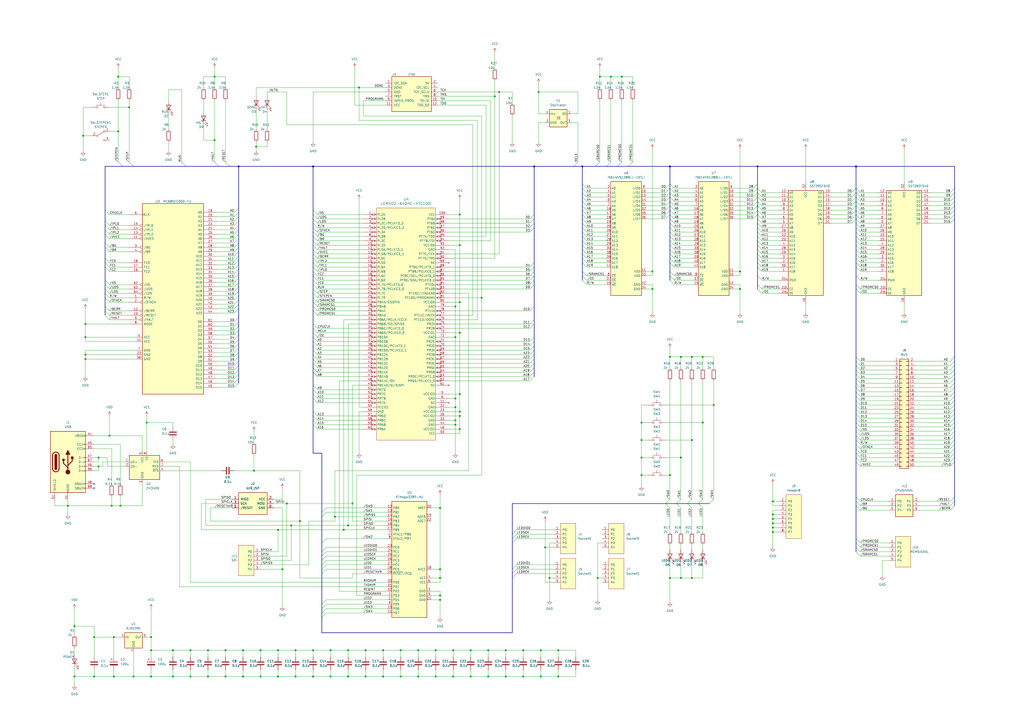
<source format=kicad_sch>
(kicad_sch (version 20230121) (generator eeschema)
  (paper "A2")
  (title_block (title "Pixy-68000-0") (date "2023-11-25") (rev "0") (company "(c) Kouji Matsui") (comment 1 "https://github.com/kekyo/Pixy"))
  (junction (at 388.62 96.52))
  (junction (at 63.5 252.73))
  (junction (at 401.32 207.01))
  (junction (at 273.05 392.43))
  (junction (at 262.89 392.43))
  (junction (at 148.59 85.09))
  (junction (at 266.7 228.6))
  (junction (at 318.77 335.28))
  (junction (at 68.58 44.45))
  (junction (at 372.11 265.43))
  (junction (at 110.49 377.19))
  (junction (at 273.05 377.19))
  (junction (at 264.16 195.58))
  (junction (at 448.31 298.45))
  (junction (at 232.41 392.43))
  (junction (at 264.16 177.8))
  (junction (at 360.68 44.45))
  (junction (at 77.47 392.43))
  (junction (at 171.45 377.19))
  (junction (at 43.18 363.22))
  (junction (at 120.65 392.43))
  (junction (at 323.85 377.19))
  (junction (at 208.28 50.8))
  (junction (at 87.63 392.43))
  (junction (at 161.29 307.34))
  (junction (at 222.25 377.19))
  (junction (at 266.7 193.04))
  (junction (at 316.23 317.5))
  (junction (at 378.46 167.64))
  (junction (at 87.63 369.57))
  (junction (at 252.73 377.19))
  (junction (at 181.61 96.52))
  (junction (at 255.27 335.28))
  (junction (at 283.21 392.43))
  (junction (at 264.16 236.22))
  (junction (at 151.13 392.43))
  (junction (at 171.45 392.43))
  (junction (at 49.53 205.74))
  (junction (at 255.27 294.64))
  (junction (at 323.85 392.43))
  (junction (at 87.63 377.19))
  (junction (at 346.71 335.28))
  (junction (at 191.77 377.19))
  (junction (at 372.11 255.27))
  (junction (at 378.46 157.48))
  (junction (at 49.53 187.96))
  (junction (at 347.98 44.45))
  (junction (at 57.15 265.43))
  (junction (at 68.58 76.2))
  (junction (at 201.93 377.19))
  (junction (at 124.46 44.45))
  (junction (at 212.09 377.19))
  (junction (at 64.77 293.37))
  (junction (at 303.53 392.43))
  (junction (at 429.26 167.64))
  (junction (at 49.53 195.58))
  (junction (at 394.97 265.43))
  (junction (at 372.11 245.11))
  (junction (at 372.11 275.59))
  (junction (at 309.88 96.52))
  (junction (at 161.29 377.19))
  (junction (at 289.56 53.34))
  (junction (at 69.85 293.37))
  (junction (at 439.42 96.52))
  (junction (at 313.69 377.19))
  (junction (at 262.89 377.19))
  (junction (at 407.67 245.11))
  (junction (at 100.33 392.43))
  (junction (at 303.53 377.19))
  (junction (at 204.47 292.1))
  (junction (at 448.31 303.53))
  (junction (at 163.83 330.2))
  (junction (at 39.37 293.37))
  (junction (at 57.15 270.51))
  (junction (at 100.33 377.19))
  (junction (at 74.93 62.23))
  (junction (at 287.02 55.88))
  (junction (at 407.67 207.01))
  (junction (at 448.31 290.83))
  (junction (at 266.7 248.92))
  (junction (at 414.02 234.95))
  (junction (at 293.37 377.19))
  (junction (at 120.65 377.19))
  (junction (at 388.62 275.59))
  (junction (at 140.97 392.43))
  (junction (at 266.7 142.24))
  (junction (at 168.91 304.8))
  (junction (at 242.57 377.19))
  (junction (at 448.31 306.07))
  (junction (at 138.43 96.52))
  (junction (at 283.21 377.19))
  (junction (at 130.81 392.43))
  (junction (at 130.81 377.19))
  (junction (at 401.32 255.27))
  (junction (at 448.31 308.61))
  (junction (at 255.27 347.98))
  (junction (at 166.37 292.1))
  (junction (at 49.53 208.28))
  (junction (at 401.32 335.28))
  (junction (at 496.57 96.52))
  (junction (at 394.97 335.28))
  (junction (at 110.49 392.43))
  (junction (at 388.62 335.28))
  (junction (at 48.26 78.74))
  (junction (at 140.97 377.19))
  (junction (at 394.97 207.01))
  (junction (at 264.16 243.84))
  (junction (at 66.04 369.57))
  (junction (at 201.93 304.8))
  (junction (at 232.41 377.19))
  (junction (at 124.46 81.28))
  (junction (at 266.7 238.76))
  (junction (at 54.61 392.43))
  (junction (at 66.04 392.43))
  (junction (at 194.31 299.72))
  (junction (at 313.69 392.43))
  (junction (at 43.18 392.43))
  (junction (at 255.27 345.44))
  (junction (at 147.32 273.05))
  (junction (at 354.33 44.45))
  (junction (at 388.62 207.01))
  (junction (at 151.13 377.19))
  (junction (at 199.39 307.34))
  (junction (at 264.16 246.38))
  (junction (at 181.61 377.19))
  (junction (at 279.4 172.72))
  (junction (at 266.7 124.46))
  (junction (at 312.42 53.34))
  (junction (at 255.27 330.2))
  (junction (at 266.7 241.3))
  (junction (at 181.61 392.43))
  (junction (at 161.29 392.43))
  (junction (at 242.57 392.43))
  (junction (at 212.09 392.43))
  (junction (at 337.82 96.52))
  (junction (at 201.93 392.43))
  (junction (at 266.7 175.26))
  (junction (at 293.37 392.43))
  (junction (at 54.61 369.57))
  (junction (at 85.09 245.11))
  (junction (at 252.73 392.43))
  (junction (at 429.26 157.48))
  (junction (at 448.31 300.99))
  (junction (at 222.25 392.43))
  (junction (at 264.16 231.14))
  (junction (at 173.99 302.26))
  (junction (at 191.77 392.43))
  (no_connect (at 54.61 283.21))
  (no_connect (at 54.61 280.67))
  (bus_entry (at 439.42 124.46) (size 2.54 2.54))
  (bus_entry (at 439.42 165.1) (size 2.54 2.54))
  (bus_entry (at 439.42 127) (size 2.54 2.54))
  (bus_entry (at 496.57 240.03) (size 2.54 2.54))
  (bus_entry (at 496.57 265.43) (size 2.54 2.54))
  (bus_entry (at 309.88 198.12) (size -2.54 2.54))
  (bus_entry (at 439.42 116.84) (size 2.54 2.54))
  (bus_entry (at 496.57 242.57) (size 2.54 2.54))
  (bus_entry (at 553.72 109.22) (size -2.54 2.54))
  (bus_entry (at 388.62 106.68) (size 2.54 2.54))
  (bus_entry (at 358.14 96.52) (size 2.54 -2.54))
  (bus_entry (at 553.72 245.11) (size -2.54 2.54))
  (bus_entry (at 181.61 187.96) (size 2.54 2.54))
  (bus_entry (at 496.57 247.65) (size 2.54 2.54))
  (bus_entry (at 439.42 119.38) (size -2.54 2.54))
  (bus_entry (at 553.72 250.19) (size -2.54 2.54))
  (bus_entry (at 299.72 312.42) (size -2.54 2.54))
  (bus_entry (at 68.58 93.98) (size 2.54 2.54))
  (bus_entry (at 496.57 267.97) (size 2.54 2.54))
  (bus_entry (at 388.62 111.76) (size 2.54 2.54))
  (bus_entry (at 337.82 149.86) (size 2.54 2.54))
  (bus_entry (at 496.57 212.09) (size 2.54 2.54))
  (bus_entry (at 496.57 121.92) (size -2.54 2.54))
  (bus_entry (at 189.23 353.06) (size -2.54 2.54))
  (bus_entry (at 553.72 232.41) (size -2.54 2.54))
  (bus_entry (at 60.96 180.34) (size 2.54 2.54))
  (bus_entry (at 337.82 127) (size 2.54 2.54))
  (bus_entry (at 135.89 212.09) (size 2.54 -2.54))
  (bus_entry (at 439.42 149.86) (size 2.54 2.54))
  (bus_entry (at 181.61 215.9) (size 2.54 2.54))
  (bus_entry (at 189.23 322.58) (size -2.54 2.54))
  (bus_entry (at 496.57 127) (size 2.54 2.54))
  (bus_entry (at 189.23 312.42) (size -2.54 2.54))
  (bus_entry (at 496.57 111.76) (size 2.54 2.54))
  (bus_entry (at 553.72 222.25) (size -2.54 2.54))
  (bus_entry (at 496.57 234.95) (size 2.54 2.54))
  (bus_entry (at 181.61 142.24) (size 2.54 2.54))
  (bus_entry (at 135.89 222.25) (size 2.54 -2.54))
  (bus_entry (at 181.61 213.36) (size 2.54 2.54))
  (bus_entry (at 496.57 222.25) (size 2.54 2.54))
  (bus_entry (at 181.61 246.38) (size 2.54 2.54))
  (bus_entry (at 135.89 128.27) (size 2.54 -2.54))
  (bus_entry (at 135.89 201.93) (size 2.54 -2.54))
  (bus_entry (at 496.57 165.1) (size 2.54 2.54))
  (bus_entry (at 135.89 148.59) (size 2.54 -2.54))
  (bus_entry (at 553.72 242.57) (size -2.54 2.54))
  (bus_entry (at 439.42 152.4) (size 2.54 2.54))
  (bus_entry (at 439.42 144.78) (size 2.54 2.54))
  (bus_entry (at 388.62 119.38) (size 2.54 2.54))
  (bus_entry (at 60.96 149.86) (size 2.54 2.54))
  (bus_entry (at 60.96 182.88) (size 2.54 2.54))
  (bus_entry (at 388.62 149.86) (size 2.54 2.54))
  (bus_entry (at 130.81 93.98) (size 2.54 2.54))
  (bus_entry (at 439.42 147.32) (size 2.54 2.54))
  (bus_entry (at 181.61 165.1) (size 2.54 2.54))
  (bus_entry (at 299.72 307.34) (size -2.54 2.54))
  (bus_entry (at 388.62 111.76) (size -2.54 2.54))
  (bus_entry (at 496.57 144.78) (size 2.54 2.54))
  (bus_entry (at 439.42 139.7) (size 2.54 2.54))
  (bus_entry (at 496.57 252.73) (size 2.54 2.54))
  (bus_entry (at 496.57 149.86) (size 2.54 2.54))
  (bus_entry (at 309.88 203.2) (size -2.54 2.54))
  (bus_entry (at 181.61 129.54) (size 2.54 2.54))
  (bus_entry (at 135.89 219.71) (size 2.54 -2.54))
  (bus_entry (at 496.57 288.29) (size 2.54 2.54))
  (bus_entry (at 439.42 109.22) (size 2.54 2.54))
  (bus_entry (at 135.89 140.97) (size 2.54 -2.54))
  (bus_entry (at 135.89 158.75) (size 2.54 -2.54))
  (bus_entry (at 309.88 165.1) (size -2.54 2.54))
  (bus_entry (at 181.61 210.82) (size 2.54 2.54))
  (bus_entry (at 386.08 292.1) (size 2.54 2.54))
  (bus_entry (at 496.57 317.5) (size 2.54 2.54))
  (bus_entry (at 496.57 219.71) (size 2.54 2.54))
  (bus_entry (at 388.62 289.56) (size -2.54 2.54))
  (bus_entry (at 309.88 129.54) (size -2.54 2.54))
  (bus_entry (at 496.57 142.24) (size 2.54 2.54))
  (bus_entry (at 553.72 255.27) (size -2.54 2.54))
  (bus_entry (at 439.42 134.62) (size 2.54 2.54))
  (bus_entry (at 337.82 119.38) (size 2.54 2.54))
  (bus_entry (at 439.42 132.08) (size 2.54 2.54))
  (bus_entry (at 364.49 96.52) (size 2.54 -2.54))
  (bus_entry (at 135.89 171.45) (size 2.54 -2.54))
  (bus_entry (at 299.72 327.66) (size -2.54 2.54))
  (bus_entry (at 181.61 167.64) (size 2.54 2.54))
  (bus_entry (at 181.61 154.94) (size 2.54 2.54))
  (bus_entry (at 181.61 149.86) (size 2.54 2.54))
  (bus_entry (at 388.62 144.78) (size 2.54 2.54))
  (bus_entry (at 189.23 294.64) (size -2.54 2.54))
  (bus_entry (at 60.96 154.94) (size 2.54 2.54))
  (bus_entry (at 439.42 114.3) (size -2.54 2.54))
  (bus_entry (at 553.72 207.01) (size -2.54 2.54))
  (bus_entry (at 135.89 168.91) (size 2.54 -2.54))
  (bus_entry (at 135.89 186.69) (size 2.54 -2.54))
  (bus_entry (at 553.72 262.89) (size -2.54 2.54))
  (bus_entry (at 309.88 213.36) (size -2.54 2.54))
  (bus_entry (at 181.61 205.74) (size 2.54 2.54))
  (bus_entry (at 309.88 185.42) (size -2.54 2.54))
  (bus_entry (at 337.82 116.84) (size 2.54 2.54))
  (bus_entry (at 388.62 152.4) (size 2.54 2.54))
  (bus_entry (at 189.23 317.5) (size -2.54 2.54))
  (bus_entry (at 299.72 330.2) (size -2.54 2.54))
  (bus_entry (at 388.62 124.46) (size 2.54 2.54))
  (bus_entry (at 60.96 177.8) (size 2.54 2.54))
  (bus_entry (at 496.57 237.49) (size 2.54 2.54))
  (bus_entry (at 496.57 114.3) (size 2.54 2.54))
  (bus_entry (at 496.57 127) (size -2.54 2.54))
  (bus_entry (at 414.02 289.56) (size -2.54 2.54))
  (bus_entry (at 496.57 109.22) (size -2.54 2.54))
  (bus_entry (at 135.89 224.79) (size 2.54 -2.54))
  (bus_entry (at 181.61 170.18) (size 2.54 2.54))
  (bus_entry (at 388.62 121.92) (size 2.54 2.54))
  (bus_entry (at 439.42 124.46) (size -2.54 2.54))
  (bus_entry (at 181.61 195.58) (size 2.54 2.54))
  (bus_entry (at 337.82 147.32) (size 2.54 2.54))
  (bus_entry (at 124.46 93.98) (size 2.54 2.54))
  (bus_entry (at 496.57 260.35) (size 2.54 2.54))
  (bus_entry (at 309.88 208.28) (size -2.54 2.54))
  (bus_entry (at 496.57 121.92) (size 2.54 2.54))
  (bus_entry (at 189.23 347.98) (size -2.54 2.54))
  (bus_entry (at 309.88 215.9) (size -2.54 2.54))
  (bus_entry (at 553.72 293.37) (size -2.54 2.54))
  (bus_entry (at 496.57 132.08) (size 2.54 2.54))
  (bus_entry (at 181.61 228.6) (size 2.54 2.54))
  (bus_entry (at 189.23 330.2) (size -2.54 2.54))
  (bus_entry (at 60.96 143.51) (size 2.54 2.54))
  (bus_entry (at 309.88 157.48) (size -2.54 2.54))
  (bus_entry (at 439.42 154.94) (size 2.54 2.54))
  (bus_entry (at 439.42 142.24) (size 2.54 2.54))
  (bus_entry (at 388.62 160.02) (size 2.54 2.54))
  (bus_entry (at 60.96 165.1) (size 2.54 2.54))
  (bus_entry (at 496.57 147.32) (size 2.54 2.54))
  (bus_entry (at 496.57 320.04) (size 2.54 2.54))
  (bus_entry (at 135.89 196.85) (size 2.54 -2.54))
  (bus_entry (at 181.61 180.34) (size 2.54 2.54))
  (bus_entry (at 553.72 209.55) (size -2.54 2.54))
  (bus_entry (at 388.62 114.3) (size -2.54 2.54))
  (bus_entry (at 337.82 142.24) (size 2.54 2.54))
  (bus_entry (at 309.88 132.08) (size -2.54 2.54))
  (bus_entry (at 135.89 163.83) (size 2.54 -2.54))
  (bus_entry (at 181.61 147.32) (size 2.54 2.54))
  (bus_entry (at 392.43 292.1) (size 2.54 2.54))
  (bus_entry (at 181.61 231.14) (size 2.54 2.54))
  (bus_entry (at 135.89 123.19) (size 2.54 -2.54))
  (bus_entry (at 181.61 139.7) (size 2.54 2.54))
  (bus_entry (at 181.61 137.16) (size 2.54 2.54))
  (bus_entry (at 439.42 167.64) (size 2.54 2.54))
  (bus_entry (at 388.62 116.84) (size -2.54 2.54))
  (bus_entry (at 496.57 154.94) (size 2.54 2.54))
  (bus_entry (at 388.62 142.24) (size 2.54 2.54))
  (bus_entry (at 496.57 116.84) (size 2.54 2.54))
  (bus_entry (at 60.96 152.4) (size 2.54 2.54))
  (bus_entry (at 337.82 152.4) (size 2.54 2.54))
  (bus_entry (at 496.57 152.4) (size 2.54 2.54))
  (bus_entry (at 135.89 217.17) (size 2.54 -2.54))
  (bus_entry (at 553.72 252.73) (size -2.54 2.54))
  (bus_entry (at 496.57 119.38) (size -2.54 2.54))
  (bus_entry (at 439.42 121.92) (size -2.54 2.54))
  (bus_entry (at 496.57 124.46) (size -2.54 2.54))
  (bus_entry (at 181.61 177.8) (size 2.54 2.54))
  (bus_entry (at 135.89 143.51) (size 2.54 -2.54))
  (bus_entry (at 309.88 154.94) (size -2.54 2.54))
  (bus_entry (at 337.82 157.48) (size 2.54 2.54))
  (bus_entry (at 439.42 111.76) (size -2.54 2.54))
  (bus_entry (at 388.62 132.08) (size 2.54 2.54))
  (bus_entry (at 309.88 218.44) (size -2.54 2.54))
  (bus_entry (at 337.82 129.54) (size 2.54 2.54))
  (bus_entry (at 553.72 247.65) (size -2.54 2.54))
  (bus_entry (at 309.88 200.66) (size -2.54 2.54))
  (bus_entry (at 181.61 203.2) (size 2.54 2.54))
  (bus_entry (at 181.61 152.4) (size 2.54 2.54))
  (bus_entry (at 181.61 190.5) (size 2.54 2.54))
  (bus_entry (at 405.13 292.1) (size 2.54 2.54))
  (bus_entry (at 496.57 124.46) (size 2.54 2.54))
  (bus_entry (at 496.57 232.41) (size 2.54 2.54))
  (bus_entry (at 181.61 198.12) (size 2.54 2.54))
  (bus_entry (at 135.89 189.23) (size 2.54 -2.54))
  (bus_entry (at 135.89 207.01) (size 2.54 -2.54))
  (bus_entry (at 388.62 109.22) (size 2.54 2.54))
  (bus_entry (at 337.82 114.3) (size 2.54 2.54))
  (bus_entry (at 496.57 217.17) (size 2.54 2.54))
  (bus_entry (at 553.72 111.76) (size -2.54 2.54))
  (bus_entry (at 105.41 93.98) (size 2.54 2.54))
  (bus_entry (at 181.61 200.66) (size 2.54 2.54))
  (bus_entry (at 181.61 241.3) (size 2.54 2.54))
  (bus_entry (at 337.82 139.7) (size 2.54 2.54))
  (bus_entry (at 135.89 199.39) (size 2.54 -2.54))
  (bus_entry (at 309.88 162.56) (size -2.54 2.54))
  (bus_entry (at 439.42 119.38) (size 2.54 2.54))
  (bus_entry (at 553.72 214.63) (size -2.54 2.54))
  (bus_entry (at 337.82 162.56) (size 2.54 2.54))
  (bus_entry (at 496.57 134.62) (size 2.54 2.54))
  (bus_entry (at 337.82 134.62) (size 2.54 2.54))
  (bus_entry (at 135.89 133.35) (size 2.54 -2.54))
  (bus_entry (at 496.57 160.02) (size 2.54 2.54))
  (bus_entry (at 496.57 116.84) (size -2.54 2.54))
  (bus_entry (at 337.82 121.92) (size 2.54 2.54))
  (bus_entry (at 388.62 129.54) (size 2.54 2.54))
  (bus_entry (at 60.96 130.81) (size 2.54 2.54))
  (bus_entry (at 189.23 350.52) (size -2.54 2.54))
  (bus_entry (at 309.88 127) (size -2.54 2.54))
  (bus_entry (at 135.89 138.43) (size 2.54 -2.54))
  (bus_entry (at 135.89 130.81) (size 2.54 -2.54))
  (bus_entry (at 299.72 309.88) (size -2.54 2.54))
  (bus_entry (at 181.61 124.46) (size 2.54 2.54))
  (bus_entry (at 337.82 111.76) (size 2.54 2.54))
  (bus_entry (at 189.23 320.04) (size -2.54 2.54))
  (bus_entry (at 439.42 137.16) (size 2.54 2.54))
  (bus_entry (at 351.79 96.52) (size 2.54 -2.54))
  (bus_entry (at 496.57 209.55) (size 2.54 2.54))
  (bus_entry (at 388.62 139.7) (size 2.54 2.54))
  (bus_entry (at 439.42 114.3) (size 2.54 2.54))
  (bus_entry (at 189.23 327.66) (size -2.54 2.54))
  (bus_entry (at 60.96 128.27) (size 2.54 2.54))
  (bus_entry (at 181.61 238.76) (size 2.54 2.54))
  (bus_entry (at 496.57 257.81) (size 2.54 2.54))
  (bus_entry (at 496.57 312.42) (size 2.54 2.54))
  (bus_entry (at 60.96 170.18) (size 2.54 2.54))
  (bus_entry (at 398.78 292.1) (size 2.54 2.54))
  (bus_entry (at 309.88 177.8) (size -2.54 2.54))
  (bus_entry (at 388.62 124.46) (size -2.54 2.54))
  (bus_entry (at 553.72 229.87) (size -2.54 2.54))
  (bus_entry (at 135.89 125.73) (size 2.54 -2.54))
  (bus_entry (at 388.62 137.16) (size 2.54 2.54))
  (bus_entry (at 181.61 208.28) (size 2.54 2.54))
  (bus_entry (at 439.42 121.92) (size 2.54 2.54))
  (bus_entry (at 388.62 119.38) (size -2.54 2.54))
  (bus_entry (at 553.72 121.92) (size -2.54 2.54))
  (bus_entry (at 189.23 297.18) (size -2.54 2.54))
  (bus_entry (at 337.82 106.68) (size 2.54 2.54))
  (bus_entry (at 553.72 127) (size -2.54 2.54))
  (bus_entry (at 135.89 176.53) (size 2.54 -2.54))
  (bus_entry (at 60.96 162.56) (size 2.54 2.54))
  (bus_entry (at 388.62 114.3) (size 2.54 2.54))
  (bus_entry (at 553.72 114.3) (size -2.54 2.54))
  (bus_entry (at 496.57 139.7) (size 2.54 2.54))
  (bus_entry (at 181.61 162.56) (size 2.54 2.54))
  (bus_entry (at 496.57 167.64) (size 2.54 2.54))
  (bus_entry (at 496.57 245.11) (size 2.54 2.54))
  (bus_entry (at 135.89 214.63) (size 2.54 -2.54))
  (bus_entry (at 496.57 290.83) (size 2.54 2.54))
  (bus_entry (at 496.57 119.38) (size 2.54 2.54))
  (bus_entry (at 496.57 207.01) (size 2.54 2.54))
  (bus_entry (at 181.61 223.52) (size 2.54 2.54))
  (bus_entry (at 60.96 135.89) (size 2.54 2.54))
  (bus_entry (at 309.88 195.58) (size -2.54 2.54))
  (bus_entry (at 309.88 124.46) (size -2.54 2.54))
  (bus_entry (at 309.88 187.96) (size -2.54 2.54))
  (bus_entry (at 135.89 204.47) (size 2.54 -2.54))
  (bus_entry (at 60.96 167.64) (size 2.54 2.54))
  (bus_entry (at 181.61 132.08) (size 2.54 2.54))
  (bus_entry (at 60.96 140.97) (size 2.54 2.54))
  (bus_entry (at 345.44 96.52) (size 2.54 -2.54))
  (bus_entry (at 496.57 214.63) (size 2.54 2.54))
  (bus_entry (at 337.82 124.46) (size 2.54 2.54))
  (bus_entry (at 496.57 111.76) (size -2.54 2.54))
  (bus_entry (at 388.62 157.48) (size 2.54 2.54))
  (bus_entry (at 181.61 193.04) (size 2.54 2.54))
  (bus_entry (at 388.62 127) (size 2.54 2.54))
  (bus_entry (at 553.72 227.33) (size -2.54 2.54))
  (bus_entry (at 496.57 250.19) (size 2.54 2.54))
  (bus_entry (at 189.23 355.6) (size -2.54 2.54))
  (bus_entry (at 496.57 137.16) (size 2.54 2.54))
  (bus_entry (at 553.72 267.97) (size -2.54 2.54))
  (bus_entry (at 337.82 160.02) (size 2.54 2.54))
  (bus_entry (at 181.61 213.36) (size 2.54 2.54))
  (bus_entry (at 553.72 219.71) (size -2.54 2.54))
  (bus_entry (at 439.42 111.76) (size 2.54 2.54))
  (bus_entry (at 181.61 144.78) (size 2.54 2.54))
  (bus_entry (at 388.62 109.22) (size -2.54 2.54))
  (bus_entry (at 299.72 332.74) (size -2.54 2.54))
  (bus_entry (at 309.88 210.82) (size -2.54 2.54))
  (bus_entry (at 496.57 314.96) (size 2.54 2.54))
  (bus_entry (at 388.62 106.68) (size -2.54 2.54))
  (bus_entry (at 496.57 129.54) (size 2.54 2.54))
  (bus_entry (at 553.72 260.35) (size -2.54 2.54))
  (bus_entry (at 181.61 175.26) (size 2.54 2.54))
  (bus_entry (at 496.57 109.22) (size 2.54 2.54))
  (bus_entry (at 553.72 224.79) (size -2.54 2.54))
  (bus_entry (at 60.96 133.35) (size 2.54 2.54))
  (bus_entry (at 135.89 191.77) (size 2.54 -2.54))
  (bus_entry (at 439.42 109.22) (size -2.54 2.54))
  (bus_entry (at 135.89 179.07) (size 2.54 -2.54))
  (bus_entry (at 60.96 121.92) (size 2.54 2.54))
  (bus_entry (at 496.57 224.79) (size 2.54 2.54))
  (bus_entry (at 135.89 153.67) (size 2.54 -2.54))
  (bus_entry (at 309.88 205.74) (size -2.54 2.54))
  (bus_entry (at 135.89 151.13) (size 2.54 -2.54))
  (bus_entry (at 181.61 226.06) (size 2.54 2.54))
  (bus_entry (at 439.42 160.02) (size 2.54 2.54))
  (bus_entry (at 496.57 229.87) (size 2.54 2.54))
  (bus_entry (at 337.82 109.22) (size 2.54 2.54))
  (bus_entry (at 181.61 127) (size 2.54 2.54))
  (bus_entry (at 553.72 116.84) (size -2.54 2.54))
  (bus_entry (at 181.61 172.72) (size 2.54 2.54))
  (bus_entry (at 553.72 257.81) (size -2.54 2.54))
  (bus_entry (at 553.72 290.83) (size -2.54 2.54))
  (bus_entry (at 496.57 293.37) (size 2.54 2.54))
  (bus_entry (at 388.62 121.92) (size -2.54 2.54))
  (bus_entry (at 189.23 325.12) (size -2.54 2.54))
  (bus_entry (at 439.42 116.84) (size -2.54 2.54))
  (bus_entry (at 135.89 181.61) (size 2.54 -2.54))
  (bus_entry (at 439.42 106.68) (size -2.54 2.54))
  (bus_entry (at 181.61 121.92) (size 2.54 2.54))
  (bus_entry (at 135.89 161.29) (size 2.54 -2.54))
  (bus_entry (at 135.89 194.31) (size 2.54 -2.54))
  (bus_entry (at 496.57 262.89) (size 2.54 2.54))
  (bus_entry (at 496.57 227.33) (size 2.54 2.54))
  (bus_entry (at 74.93 93.98) (size 2.54 2.54))
  (bus_entry (at 496.57 255.27) (size 2.54 2.54))
  (bus_entry (at 439.42 129.54) (size 2.54 2.54))
  (bus_entry (at 181.61 243.84) (size 2.54 2.54))
  (bus_entry (at 553.72 212.09) (size -2.54 2.54))
  (bus_entry (at 388.62 162.56) (size 2.54 2.54))
  (bus_entry (at 135.89 166.37) (size 2.54 -2.54))
  (bus_entry (at 135.89 156.21) (size 2.54 -2.54))
  (bus_entry (at 181.61 157.48) (size 2.54 2.54))
  (bus_entry (at 337.82 132.08) (size 2.54 2.54))
  (bus_entry (at 553.72 217.17) (size -2.54 2.54))
  (bus_entry (at 496.57 114.3) (size -2.54 2.54))
  (bus_entry (at 401.32 289.56) (size -2.54 2.54))
  (bus_entry (at 309.88 160.02) (size -2.54 2.54))
  (bus_entry (at 135.89 146.05) (size 2.54 -2.54))
  (bus_entry (at 553.72 288.29) (size -2.54 2.54))
  (bus_entry (at 60.96 172.72) (size 2.54 2.54))
  (bus_entry (at 553.72 240.03) (size -2.54 2.54))
  (bus_entry (at 553.72 119.38) (size -2.54 2.54))
  (bus_entry (at 407.67 289.56) (size -2.54 2.54))
  (bus_entry (at 332.74 96.52) (size 2.54 -2.54))
  (bus_entry (at 337.82 144.78) (size 2.54 2.54))
  (bus_entry (at 388.62 116.84) (size 2.54 2.54))
  (bus_entry (at 181.61 134.62) (size 2.54 2.54))
  (bus_entry (at 553.72 265.43) (size -2.54 2.54))
  (bus_entry (at 553.72 237.49) (size -2.54 2.54))
  (bus_entry (at 388.62 134.62) (size 2.54 2.54))
  (bus_entry (at 181.61 215.9) (size 2.54 2.54))
  (bus_entry (at 553.72 124.46) (size -2.54 2.54))
  (bus_entry (at 394.97 289.56) (size -2.54 2.54))
  (bus_entry (at 135.89 135.89) (size 2.54 -2.54))
  (bus_entry (at 337.82 137.16) (size 2.54 2.54))
  (bus_entry (at 309.88 152.4) (size -2.54 2.54))
  (bus_entry (at 553.72 234.95) (size -2.54 2.54))
  (bus_entry (at 181.61 160.02) (size 2.54 2.54))
  (bus_entry (at 135.89 209.55) (size 2.54 -2.54))
  (bus_entry (at 388.62 147.32) (size 2.54 2.54))
  (bus_entry (at 135.89 173.99) (size 2.54 -2.54))
  (wire (pts (xy 125.73 130.81) (xy 135.89 130.81)))
  (bus (pts (xy 181.61 157.48) (xy 181.61 160.02)))
  (wire (pts (xy 189.23 320.04) (xy 224.79 320.04)))
  (bus (pts (xy 337.82 109.22) (xy 337.82 111.76)))
  (bus (pts (xy 337.82 149.86) (xy 337.82 152.4)))
  (wire (pts (xy 391.16 165.1) (xy 402.59 165.1)))
  (bus (pts (xy 553.72 124.46) (xy 553.72 127)))
  (bus (pts (xy 337.82 152.4) (xy 337.82 157.48)))
  (bus (pts (xy 181.61 203.2) (xy 181.61 205.74)))
  (wire (pts (xy 212.09 377.19) (xy 212.09 381)))
  (bus (pts (xy 77.47 96.52) (xy 107.95 96.52)))
  (wire (pts (xy 154.94 55.88) (xy 154.94 53.34)))
  (wire (pts (xy 151.13 388.62) (xy 151.13 392.43)))
  (wire (pts (xy 95.25 267.97) (xy 110.49 267.97)))
  (wire (pts (xy 347.98 44.45) (xy 354.33 44.45)))
  (bus (pts (xy 309.88 129.54) (xy 309.88 132.08)))
  (wire (pts (xy 68.58 44.45) (xy 74.93 44.45)))
  (bus (pts (xy 496.57 255.27) (xy 496.57 257.81)))
  (bus (pts (xy 553.72 127) (xy 553.72 207.01)))
  (bus (pts (xy 388.62 127) (xy 388.62 124.46)))
  (wire (pts (xy 97.79 82.55) (xy 97.79 87.63)))
  (wire (pts (xy 148.59 85.09) (xy 154.94 85.09)))
  (wire (pts (xy 499.11 170.18) (xy 509.27 170.18)))
  (wire (pts (xy 125.73 179.07) (xy 135.89 179.07)))
  (wire (pts (xy 232.41 377.19) (xy 242.57 377.19)))
  (wire (pts (xy 125.73 212.09) (xy 135.89 212.09)))
  (wire (pts (xy 260.35 195.58) (xy 264.16 195.58)))
  (wire (pts (xy 499.11 247.65) (xy 518.16 247.65)))
  (wire (pts (xy 125.73 196.85) (xy 135.89 196.85)))
  (bus (pts (xy 186.69 297.18) (xy 186.69 299.72)))
  (wire (pts (xy 448.31 298.45) (xy 448.31 300.99)))
  (bus (pts (xy 60.96 130.81) (xy 60.96 128.27)))
  (wire (pts (xy 323.85 388.62) (xy 323.85 392.43)))
  (wire (pts (xy 194.31 273.05) (xy 194.31 299.72)))
  (wire (pts (xy 39.37 293.37) (xy 39.37 298.45)))
  (wire (pts (xy 85.09 245.11) (xy 85.09 261.62)))
  (wire (pts (xy 201.93 304.8) (xy 201.93 187.96)))
  (wire (pts (xy 391.16 119.38) (xy 402.59 119.38)))
  (wire (pts (xy 63.5 146.05) (xy 74.93 146.05)))
  (wire (pts (xy 318.77 314.96) (xy 318.77 335.28)))
  (wire (pts (xy 63.5 172.72) (xy 74.93 172.72)))
  (wire (pts (xy 334.01 377.19) (xy 334.01 381)))
  (bus (pts (xy 186.69 350.52) (xy 186.69 353.06)))
  (bus (pts (xy 309.88 210.82) (xy 309.88 213.36)))
  (bus (pts (xy 388.62 149.86) (xy 388.62 147.32)))
  (bus (pts (xy 138.43 125.73) (xy 138.43 128.27)))
  (wire (pts (xy 242.57 377.19) (xy 252.73 377.19)))
  (bus (pts (xy 496.57 317.5) (xy 496.57 320.04)))
  (wire (pts (xy 391.16 137.16) (xy 402.59 137.16)))
  (wire (pts (xy 279.4 275.59) (xy 207.01 275.59)))
  (wire (pts (xy 266.7 175.26) (xy 266.7 193.04)))
  (bus (pts (xy 138.43 96.52) (xy 181.61 96.52)))
  (wire (pts (xy 54.61 270.51) (xy 57.15 270.51)))
  (bus (pts (xy 181.61 190.5) (xy 181.61 193.04)))
  (bus (pts (xy 181.61 200.66) (xy 181.61 203.2)))
  (wire (pts (xy 499.11 295.91) (xy 515.62 295.91)))
  (wire (pts (xy 316.23 317.5) (xy 316.23 337.82)))
  (wire (pts (xy 173.99 335.28) (xy 204.47 335.28)))
  (bus (pts (xy 388.62 162.56) (xy 388.62 160.02)))
  (wire (pts (xy 168.91 325.12) (xy 151.13 325.12)))
  (wire (pts (xy 184.15 215.9) (xy 210.82 215.9)))
  (bus (pts (xy 309.88 127) (xy 309.88 129.54)))
  (wire (pts (xy 429.26 165.1) (xy 429.26 167.64)))
  (wire (pts (xy 414.02 234.95) (xy 414.02 289.56)))
  (wire (pts (xy 386.08 245.11) (xy 407.67 245.11)))
  (bus (pts (xy 553.72 111.76) (xy 553.72 114.3)))
  (wire (pts (xy 530.86 240.03) (xy 551.18 240.03)))
  (wire (pts (xy 69.85 288.29) (xy 69.85 293.37)))
  (wire (pts (xy 260.35 157.48) (xy 307.34 157.48)))
  (wire (pts (xy 184.15 142.24) (xy 210.82 142.24)))
  (bus (pts (xy 496.57 154.94) (xy 496.57 160.02)))
  (bus (pts (xy 309.88 215.9) (xy 309.88 218.44)))
  (wire (pts (xy 482.6 119.38) (xy 494.03 119.38)))
  (wire (pts (xy 125.73 189.23) (xy 135.89 189.23)))
  (wire (pts (xy 85.09 369.57) (xy 87.63 369.57)))
  (wire (pts (xy 340.36 121.92) (xy 351.79 121.92)))
  (bus (pts (xy 186.69 367.03) (xy 186.69 358.14)))
  (wire (pts (xy 441.96 124.46) (xy 452.12 124.46)))
  (wire (pts (xy 260.35 160.02) (xy 307.34 160.02)))
  (wire (pts (xy 407.67 207.01) (xy 401.32 207.01)))
  (bus (pts (xy 133.35 96.52) (xy 138.43 96.52)))
  (bus (pts (xy 138.43 133.35) (xy 138.43 135.89)))
  (wire (pts (xy 154.94 53.34) (xy 166.37 53.34)))
  (wire (pts (xy 524.51 176.53) (xy 524.51 181.61)))
  (wire (pts (xy 441.96 149.86) (xy 452.12 149.86)))
  (wire (pts (xy 287.02 55.88) (xy 287.02 149.86)))
  (wire (pts (xy 394.97 265.43) (xy 394.97 289.56)))
  (wire (pts (xy 63.5 157.48) (xy 74.93 157.48)))
  (wire (pts (xy 448.31 306.07) (xy 448.31 308.61)))
  (bus (pts (xy 181.61 152.4) (xy 181.61 154.94)))
  (bus (pts (xy 181.61 208.28) (xy 181.61 210.82)))
  (wire (pts (xy 260.35 177.8) (xy 264.16 177.8)))
  (wire (pts (xy 125.73 186.69) (xy 135.89 186.69)))
  (bus (pts (xy 138.43 209.55) (xy 138.43 212.09)))
  (wire (pts (xy 530.86 270.51) (xy 551.18 270.51)))
  (wire (pts (xy 189.23 330.2) (xy 224.79 330.2)))
  (bus (pts (xy 439.42 144.78) (xy 439.42 147.32)))
  (bus (pts (xy 138.43 199.39) (xy 138.43 201.93)))
  (wire (pts (xy 499.11 127) (xy 509.27 127)))
  (wire (pts (xy 388.62 318.77) (xy 388.62 316.23)))
  (bus (pts (xy 60.96 167.64) (xy 60.96 165.1)))
  (wire (pts (xy 273.05 377.19) (xy 273.05 381)))
  (wire (pts (xy 303.53 392.43) (xy 313.69 392.43)))
  (wire (pts (xy 173.99 273.05) (xy 173.99 302.26)))
  (bus (pts (xy 439.42 160.02) (xy 439.42 165.1)))
  (bus (pts (xy 309.88 132.08) (xy 309.88 152.4)))
  (wire (pts (xy 201.93 304.8) (xy 224.79 304.8)))
  (wire (pts (xy 222.25 377.19) (xy 222.25 381)))
  (wire (pts (xy 125.73 125.73) (xy 135.89 125.73)))
  (wire (pts (xy 499.11 116.84) (xy 509.27 116.84)))
  (wire (pts (xy 499.11 227.33) (xy 518.16 227.33)))
  (wire (pts (xy 68.58 44.45) (xy 68.58 50.8)))
  (wire (pts (xy 374.65 165.1) (xy 378.46 165.1)))
  (wire (pts (xy 184.15 213.36) (xy 210.82 213.36)))
  (wire (pts (xy 208.28 50.8) (xy 208.28 69.85)))
  (wire (pts (xy 313.69 392.43) (xy 323.85 392.43)))
  (wire (pts (xy 184.15 195.58) (xy 210.82 195.58)))
  (bus (pts (xy 181.61 231.14) (xy 181.61 238.76)))
  (wire (pts (xy 184.15 180.34) (xy 210.82 180.34)))
  (bus (pts (xy 138.43 171.45) (xy 138.43 173.99)))
  (wire (pts (xy 110.49 392.43) (xy 120.65 392.43)))
  (wire (pts (xy 340.36 137.16) (xy 351.79 137.16)))
  (wire (pts (xy 168.91 304.8) (xy 119.38 304.8)))
  (wire (pts (xy 252.73 388.62) (xy 252.73 392.43)))
  (wire (pts (xy 184.15 152.4) (xy 210.82 152.4)))
  (wire (pts (xy 425.45 114.3) (xy 436.88 114.3)))
  (wire (pts (xy 335.28 71.12) (xy 335.28 93.98)))
  (wire (pts (xy 125.73 204.47) (xy 135.89 204.47)))
  (wire (pts (xy 204.47 332.74) (xy 224.79 332.74)))
  (wire (pts (xy 299.72 327.66) (xy 321.31 327.66)))
  (bus (pts (xy 138.43 191.77) (xy 138.43 194.31)))
  (bus (pts (xy 388.62 160.02) (xy 388.62 157.48)))
  (wire (pts (xy 68.58 76.2) (xy 63.5 76.2)))
  (wire (pts (xy 499.11 209.55) (xy 518.16 209.55)))
  (wire (pts (xy 293.37 392.43) (xy 303.53 392.43)))
  (wire (pts (xy 191.77 388.62) (xy 191.77 392.43)))
  (bus (pts (xy 71.12 96.52) (xy 77.47 96.52)))
  (bus (pts (xy 309.88 200.66) (xy 309.88 203.2)))
  (bus (pts (xy 60.96 135.89) (xy 60.96 133.35)))
  (wire (pts (xy 184.15 127) (xy 210.82 127)))
  (wire (pts (xy 388.62 294.64) (xy 388.62 308.61)))
  (bus (pts (xy 181.61 121.92) (xy 181.61 124.46)))
  (wire (pts (xy 394.97 318.77) (xy 394.97 316.23)))
  (wire (pts (xy 283.21 377.19) (xy 293.37 377.19)))
  (bus (pts (xy 553.72 214.63) (xy 553.72 217.17)))
  (wire (pts (xy 331.47 66.04) (xy 335.28 66.04)))
  (bus (pts (xy 186.69 322.58) (xy 186.69 325.12)))
  (wire (pts (xy 69.85 293.37) (xy 82.55 293.37)))
  (wire (pts (xy 289.56 53.34) (xy 289.56 147.32)))
  (wire (pts (xy 184.15 170.18) (xy 210.82 170.18)))
  (wire (pts (xy 340.36 165.1) (xy 351.79 165.1)))
  (wire (pts (xy 499.11 314.96) (xy 515.62 314.96)))
  (wire (pts (xy 87.63 377.19) (xy 100.33 377.19)))
  (wire (pts (xy 124.46 44.45) (xy 130.81 44.45)))
  (wire (pts (xy 429.26 157.48) (xy 429.26 160.02)))
  (wire (pts (xy 499.11 167.64) (xy 509.27 167.64)))
  (bus (pts (xy 138.43 212.09) (xy 138.43 214.63)))
  (wire (pts (xy 260.35 167.64) (xy 307.34 167.64)))
  (wire (pts (xy 85.09 245.11) (xy 100.33 245.11)))
  (bus (pts (xy 388.62 152.4) (xy 388.62 149.86)))
  (wire (pts (xy 441.96 129.54) (xy 452.12 129.54)))
  (wire (pts (xy 354.33 44.45) (xy 354.33 50.8)))
  (wire (pts (xy 391.16 160.02) (xy 402.59 160.02)))
  (wire (pts (xy 281.94 137.16) (xy 260.35 137.16)))
  (wire (pts (xy 533.4 295.91) (xy 551.18 295.91)))
  (bus (pts (xy 297.18 330.2) (xy 297.18 332.74)))
  (bus (pts (xy 138.43 179.07) (xy 138.43 184.15)))
  (wire (pts (xy 303.53 377.19) (xy 303.53 381)))
  (bus (pts (xy 496.57 165.1) (xy 496.57 167.64)))
  (wire (pts (xy 189.23 317.5) (xy 224.79 317.5)))
  (wire (pts (xy 441.96 114.3) (xy 452.12 114.3)))
  (wire (pts (xy 299.72 309.88) (xy 321.31 309.88)))
  (wire (pts (xy 374.65 124.46) (xy 386.08 124.46)))
  (wire (pts (xy 184.15 129.54) (xy 210.82 129.54)))
  (wire (pts (xy 181.61 377.19) (xy 181.61 381)))
  (wire (pts (xy 499.11 111.76) (xy 509.27 111.76)))
  (wire (pts (xy 49.53 179.07) (xy 49.53 187.96)))
  (wire (pts (xy 208.28 50.8) (xy 223.52 50.8)))
  (bus (pts (xy 138.43 123.19) (xy 138.43 125.73)))
  (bus (pts (xy 181.61 160.02) (xy 181.61 162.56)))
  (wire (pts (xy 87.63 388.62) (xy 87.63 392.43)))
  (bus (pts (xy 337.82 129.54) (xy 337.82 132.08)))
  (wire (pts (xy 303.53 377.19) (xy 313.69 377.19)))
  (wire (pts (xy 539.75 121.92) (xy 551.18 121.92)))
  (wire (pts (xy 87.63 392.43) (xy 100.33 392.43)))
  (wire (pts (xy 340.36 124.46) (xy 351.79 124.46)))
  (bus (pts (xy 337.82 147.32) (xy 337.82 149.86)))
  (bus (pts (xy 553.72 116.84) (xy 553.72 119.38)))
  (bus (pts (xy 181.61 96.52) (xy 181.61 121.92)))
  (wire (pts (xy 391.16 139.7) (xy 402.59 139.7)))
  (wire (pts (xy 374.65 121.92) (xy 386.08 121.92)))
  (wire (pts (xy 151.13 330.2) (xy 163.83 330.2)))
  (wire (pts (xy 63.5 165.1) (xy 74.93 165.1)))
  (wire (pts (xy 274.32 182.88) (xy 260.35 182.88)))
  (wire (pts (xy 124.46 44.45) (xy 124.46 50.8)))
  (wire (pts (xy 375.92 245.11) (xy 372.11 245.11)))
  (wire (pts (xy 72.39 267.97) (xy 59.69 267.97)))
  (bus (pts (xy 496.57 116.84) (xy 496.57 119.38)))
  (wire (pts (xy 293.37 377.19) (xy 303.53 377.19)))
  (bus (pts (xy 553.72 245.11) (xy 553.72 247.65)))
  (wire (pts (xy 266.7 115.57) (xy 266.7 124.46)))
  (wire (pts (xy 441.96 147.32) (xy 452.12 147.32)))
  (bus (pts (xy 496.57 242.57) (xy 496.57 245.11)))
  (bus (pts (xy 388.62 116.84) (xy 388.62 114.3)))
  (wire (pts (xy 210.82 238.76) (xy 208.28 238.76)))
  (bus (pts (xy 337.82 160.02) (xy 337.82 162.56)))
  (wire (pts (xy 260.35 198.12) (xy 307.34 198.12)))
  (bus (pts (xy 127 96.52) (xy 133.35 96.52)))
  (wire (pts (xy 31.75 293.37) (xy 39.37 293.37)))
  (wire (pts (xy 77.47 378.46) (xy 77.47 392.43)))
  (wire (pts (xy 260.35 248.92) (xy 266.7 248.92)))
  (wire (pts (xy 391.16 111.76) (xy 402.59 111.76)))
  (wire (pts (xy 539.75 129.54) (xy 551.18 129.54)))
  (wire (pts (xy 151.13 327.66) (xy 179.07 327.66)))
  (wire (pts (xy 147.32 273.05) (xy 173.99 273.05)))
  (bus (pts (xy 337.82 127) (xy 337.82 129.54)))
  (wire (pts (xy 163.83 294.64) (xy 163.83 330.2)))
  (wire (pts (xy 39.37 293.37) (xy 39.37 290.83)))
  (wire (pts (xy 441.96 119.38) (xy 452.12 119.38)))
  (wire (pts (xy 394.97 326.39) (xy 394.97 335.28)))
  (bus (pts (xy 496.57 312.42) (xy 496.57 314.96)))
  (wire (pts (xy 43.18 379.73) (xy 43.18 375.92)))
  (wire (pts (xy 283.21 377.19) (xy 283.21 381)))
  (wire (pts (xy 168.91 304.8) (xy 168.91 325.12)))
  (bus (pts (xy 496.57 167.64) (xy 496.57 207.01)))
  (bus (pts (xy 553.72 212.09) (xy 553.72 214.63)))
  (bus (pts (xy 496.57 217.17) (xy 496.57 219.71)))
  (bus (pts (xy 439.42 127) (xy 439.42 129.54)))
  (wire (pts (xy 49.53 208.28) (xy 49.53 218.44)))
  (wire (pts (xy 260.35 238.76) (xy 266.7 238.76)))
  (bus (pts (xy 553.72 229.87) (xy 553.72 232.41)))
  (wire (pts (xy 97.79 52.07) (xy 97.79 58.42)))
  (wire (pts (xy 68.58 39.37) (xy 68.58 44.45)))
  (bus (pts (xy 138.43 189.23) (xy 138.43 191.77)))
  (wire (pts (xy 429.26 157.48) (xy 429.26 86.36)))
  (wire (pts (xy 407.67 318.77) (xy 407.67 316.23)))
  (wire (pts (xy 266.7 228.6) (xy 266.7 238.76)))
  (wire (pts (xy 340.36 129.54) (xy 351.79 129.54)))
  (wire (pts (xy 171.45 377.19) (xy 181.61 377.19)))
  (bus (pts (xy 496.57 222.25) (xy 496.57 224.79)))
  (wire (pts (xy 260.35 149.86) (xy 287.02 149.86)))
  (wire (pts (xy 63.5 133.35) (xy 74.93 133.35)))
  (wire (pts (xy 125.73 151.13) (xy 135.89 151.13)))
  (wire (pts (xy 184.15 231.14) (xy 210.82 231.14)))
  (wire (pts (xy 499.11 114.3) (xy 509.27 114.3)))
  (wire (pts (xy 452.12 300.99) (xy 448.31 300.99)))
  (wire (pts (xy 260.35 208.28) (xy 307.34 208.28)))
  (bus (pts (xy 181.61 124.46) (xy 181.61 127)))
  (bus (pts (xy 181.61 149.86) (xy 181.61 152.4)))
  (bus (pts (xy 496.57 114.3) (xy 496.57 116.84)))
  (bus (pts (xy 439.42 114.3) (xy 439.42 116.84)))
  (wire (pts (xy 340.36 139.7) (xy 351.79 139.7)))
  (wire (pts (xy 57.15 265.43) (xy 62.23 265.43)))
  (wire (pts (xy 264.16 144.78) (xy 264.16 177.8)))
  (wire (pts (xy 264.16 243.84) (xy 264.16 246.38)))
  (wire (pts (xy 252.73 377.19) (xy 252.73 381)))
  (bus (pts (xy 553.72 252.73) (xy 553.72 255.27)))
  (bus (pts (xy 439.42 111.76) (xy 439.42 114.3)))
  (wire (pts (xy 334.01 388.62) (xy 334.01 392.43)))
  (wire (pts (xy 125.73 123.19) (xy 135.89 123.19)))
  (bus (pts (xy 297.18 309.88) (xy 297.18 312.42)))
  (wire (pts (xy 181.61 388.62) (xy 181.61 392.43)))
  (wire (pts (xy 441.96 152.4) (xy 452.12 152.4)))
  (bus (pts (xy 388.62 132.08) (xy 388.62 129.54)))
  (wire (pts (xy 499.11 250.19) (xy 518.16 250.19)))
  (wire (pts (xy 125.73 168.91) (xy 135.89 168.91)))
  (wire (pts (xy 222.25 388.62) (xy 222.25 392.43)))
  (wire (pts (xy 184.15 172.72) (xy 210.82 172.72)))
  (wire (pts (xy 375.92 265.43) (xy 372.11 265.43)))
  (wire (pts (xy 312.42 71.12) (xy 312.42 82.55)))
  (wire (pts (xy 148.59 63.5) (xy 148.59 74.93)))
  (bus (pts (xy 138.43 143.51) (xy 138.43 146.05)))
  (wire (pts (xy 49.53 195.58) (xy 49.53 198.12)))
  (bus (pts (xy 60.96 140.97) (xy 60.96 135.89)))
  (wire (pts (xy 414.02 207.01) (xy 407.67 207.01)))
  (wire (pts (xy 260.35 210.82) (xy 307.34 210.82)))
  (bus (pts (xy 181.61 238.76) (xy 181.61 241.3)))
  (wire (pts (xy 530.86 229.87) (xy 551.18 229.87)))
  (bus (pts (xy 496.57 247.65) (xy 496.57 250.19)))
  (wire (pts (xy 199.39 307.34) (xy 199.39 185.42)))
  (wire (pts (xy 208.28 115.57) (xy 208.28 236.22)))
  (wire (pts (xy 260.35 231.14) (xy 264.16 231.14)))
  (wire (pts (xy 125.73 171.45) (xy 135.89 171.45)))
  (wire (pts (xy 321.31 337.82) (xy 316.23 337.82)))
  (bus (pts (xy 496.57 240.03) (xy 496.57 242.57)))
  (wire (pts (xy 260.35 218.44) (xy 307.34 218.44)))
  (bus (pts (xy 496.57 209.55) (xy 496.57 212.09)))
  (wire (pts (xy 391.16 134.62) (xy 402.59 134.62)))
  (wire (pts (xy 184.15 203.2) (xy 210.82 203.2)))
  (wire (pts (xy 242.57 377.19) (xy 242.57 381)))
  (wire (pts (xy 482.6 129.54) (xy 494.03 129.54)))
  (bus (pts (xy 186.69 325.12) (xy 186.69 327.66)))
  (bus (pts (xy 138.43 219.71) (xy 138.43 222.25)))
  (wire (pts (xy 184.15 182.88) (xy 210.82 182.88)))
  (bus (pts (xy 337.82 157.48) (xy 337.82 160.02)))
  (wire (pts (xy 401.32 220.98) (xy 401.32 255.27)))
  (wire (pts (xy 120.65 377.19) (xy 130.81 377.19)))
  (wire (pts (xy 499.11 149.86) (xy 509.27 149.86)))
  (bus (pts (xy 138.43 151.13) (xy 138.43 153.67)))
  (wire (pts (xy 212.09 388.62) (xy 212.09 392.43)))
  (wire (pts (xy 530.86 214.63) (xy 551.18 214.63)))
  (wire (pts (xy 273.05 392.43) (xy 283.21 392.43)))
  (wire (pts (xy 378.46 167.64) (xy 378.46 181.61)))
  (wire (pts (xy 260.35 142.24) (xy 266.7 142.24)))
  (wire (pts (xy 388.62 220.98) (xy 388.62 275.59)))
  (wire (pts (xy 499.11 229.87) (xy 518.16 229.87)))
  (wire (pts (xy 43.18 392.43) (xy 43.18 397.51)))
  (bus (pts (xy 337.82 139.7) (xy 337.82 142.24)))
  (bus (pts (xy 138.43 201.93) (xy 138.43 204.47)))
  (wire (pts (xy 110.49 377.19) (xy 110.49 381)))
  (wire (pts (xy 140.97 388.62) (xy 140.97 392.43)))
  (wire (pts (xy 201.93 187.96) (xy 210.82 187.96)))
  (wire (pts (xy 499.11 147.32) (xy 509.27 147.32)))
  (wire (pts (xy 87.63 353.06) (xy 87.63 369.57)))
  (bus (pts (xy 309.88 198.12) (xy 309.88 200.66)))
  (bus (pts (xy 181.61 167.64) (xy 181.61 170.18)))
  (wire (pts (xy 441.96 116.84) (xy 452.12 116.84)))
  (bus (pts (xy 60.96 177.8) (xy 60.96 172.72)))
  (wire (pts (xy 116.84 292.1) (xy 116.84 307.34)))
  (wire (pts (xy 54.61 265.43) (xy 57.15 265.43)))
  (wire (pts (xy 166.37 53.34) (xy 166.37 72.39)))
  (wire (pts (xy 372.11 234.95) (xy 375.92 234.95)))
  (wire (pts (xy 110.49 377.19) (xy 120.65 377.19)))
  (wire (pts (xy 196.85 342.9) (xy 224.79 342.9)))
  (wire (pts (xy 448.31 295.91) (xy 452.12 295.91)))
  (wire (pts (xy 205.74 39.37) (xy 205.74 60.96)))
  (wire (pts (xy 148.59 82.55) (xy 148.59 85.09)))
  (bus (pts (xy 181.61 137.16) (xy 181.61 139.7)))
  (bus (pts (xy 186.69 327.66) (xy 186.69 330.2)))
  (wire (pts (xy 189.23 350.52) (xy 224.79 350.52)))
  (wire (pts (xy 374.65 116.84) (xy 386.08 116.84)))
  (wire (pts (xy 171.45 388.62) (xy 171.45 392.43)))
  (wire (pts (xy 287.02 30.48) (xy 287.02 39.37)))
  (wire (pts (xy 212.09 392.43) (xy 222.25 392.43)))
  (wire (pts (xy 266.7 248.92) (xy 266.7 251.46)))
  (wire (pts (xy 74.93 58.42) (xy 74.93 62.23)))
  (wire (pts (xy 87.63 369.57) (xy 87.63 377.19)))
  (wire (pts (xy 386.08 275.59) (xy 388.62 275.59)))
  (wire (pts (xy 312.42 48.26) (xy 312.42 53.34)))
  (bus (pts (xy 553.72 209.55) (xy 553.72 212.09)))
  (wire (pts (xy 59.69 267.97) (xy 59.69 270.51)))
  (wire (pts (xy 62.23 265.43) (xy 62.23 270.51)))
  (bus (pts (xy 553.72 217.17) (xy 553.72 219.71)))
  (wire (pts (xy 125.73 201.93) (xy 135.89 201.93)))
  (wire (pts (xy 254 53.34) (xy 289.56 53.34)))
  (wire (pts (xy 130.81 377.19) (xy 140.97 377.19)))
  (wire (pts (xy 391.16 116.84) (xy 402.59 116.84)))
  (wire (pts (xy 125.73 217.17) (xy 135.89 217.17)))
  (wire (pts (xy 124.46 58.42) (xy 124.46 81.28)))
  (bus (pts (xy 181.61 262.89) (xy 186.69 262.89)))
  (wire (pts (xy 374.65 157.48) (xy 378.46 157.48)))
  (wire (pts (xy 499.11 257.81) (xy 518.16 257.81)))
  (wire (pts (xy 199.39 185.42) (xy 210.82 185.42)))
  (wire (pts (xy 530.86 245.11) (xy 551.18 245.11)))
  (wire (pts (xy 181.61 53.34) (xy 223.52 53.34)))
  (wire (pts (xy 189.23 312.42) (xy 224.79 312.42)))
  (wire (pts (xy 340.36 152.4) (xy 351.79 152.4)))
  (bus (pts (xy 181.61 193.04) (xy 181.61 195.58)))
  (bus (pts (xy 309.88 205.74) (xy 309.88 208.28)))
  (bus (pts (xy 388.62 147.32) (xy 388.62 144.78)))
  (bus (pts (xy 553.72 232.41) (xy 553.72 234.95)))
  (wire (pts (xy 283.21 392.43) (xy 293.37 392.43)))
  (wire (pts (xy 255.27 337.82) (xy 250.19 337.82)))
  (bus (pts (xy 138.43 207.01) (xy 138.43 209.55)))
  (wire (pts (xy 293.37 388.62) (xy 293.37 392.43)))
  (wire (pts (xy 63.5 124.46) (xy 74.93 124.46)))
  (wire (pts (xy 134.62 294.64) (xy 121.92 294.64)))
  (bus (pts (xy 309.88 185.42) (xy 309.88 187.96)))
  (wire (pts (xy 125.73 209.55) (xy 135.89 209.55)))
  (bus (pts (xy 337.82 124.46) (xy 337.82 127)))
  (bus (pts (xy 181.61 223.52) (xy 181.61 226.06)))
  (wire (pts (xy 210.82 236.22) (xy 208.28 236.22)))
  (bus (pts (xy 496.57 257.81) (xy 496.57 260.35)))
  (wire (pts (xy 499.11 252.73) (xy 518.16 252.73)))
  (wire (pts (xy 499.11 255.27) (xy 518.16 255.27)))
  (wire (pts (xy 499.11 119.38) (xy 509.27 119.38)))
  (wire (pts (xy 184.15 208.28) (xy 210.82 208.28)))
  (wire (pts (xy 318.77 335.28) (xy 321.31 335.28)))
  (bus (pts (xy 309.88 187.96) (xy 309.88 195.58)))
  (wire (pts (xy 260.35 205.74) (xy 307.34 205.74)))
  (wire (pts (xy 63.5 138.43) (xy 74.93 138.43)))
  (wire (pts (xy 184.15 137.16) (xy 210.82 137.16)))
  (bus (pts (xy 553.72 109.22) (xy 553.72 111.76)))
  (bus (pts (xy 496.57 227.33) (xy 496.57 229.87)))
  (wire (pts (xy 63.5 180.34) (xy 74.93 180.34)))
  (bus (pts (xy 138.43 194.31) (xy 138.43 196.85)))
  (wire (pts (xy 441.96 134.62) (xy 452.12 134.62)))
  (bus (pts (xy 388.62 114.3) (xy 388.62 111.76)))
  (wire (pts (xy 318.77 335.28) (xy 318.77 347.98)))
  (wire (pts (xy 151.13 377.19) (xy 151.13 381)))
  (bus (pts (xy 60.96 180.34) (xy 60.96 177.8)))
  (bus (pts (xy 181.61 132.08) (xy 181.61 134.62)))
  (wire (pts (xy 125.73 153.67) (xy 135.89 153.67)))
  (bus (pts (xy 181.61 226.06) (xy 181.61 228.6)))
  (wire (pts (xy 391.16 152.4) (xy 402.59 152.4)))
  (wire (pts (xy 279.4 172.72) (xy 260.35 172.72)))
  (wire (pts (xy 533.4 293.37) (xy 551.18 293.37)))
  (wire (pts (xy 118.11 50.8) (xy 118.11 44.45)))
  (wire (pts (xy 161.29 377.19) (xy 161.29 381)))
  (wire (pts (xy 425.45 111.76) (xy 436.88 111.76)))
  (wire (pts (xy 63.5 241.3) (xy 63.5 252.73)))
  (wire (pts (xy 43.18 363.22) (xy 54.61 363.22)))
  (wire (pts (xy 184.15 205.74) (xy 210.82 205.74)))
  (bus (pts (xy 337.82 114.3) (xy 337.82 116.84)))
  (wire (pts (xy 121.92 302.26) (xy 173.99 302.26)))
  (wire (pts (xy 448.31 303.53) (xy 452.12 303.53)))
  (bus (pts (xy 386.08 292.1) (xy 392.43 292.1)))
  (wire (pts (xy 260.35 127) (xy 307.34 127)))
  (wire (pts (xy 68.58 93.98) (xy 68.58 76.2)))
  (wire (pts (xy 407.67 213.36) (xy 407.67 207.01)))
  (bus (pts (xy 496.57 124.46) (xy 496.57 127)))
  (wire (pts (xy 260.35 193.04) (xy 266.7 193.04)))
  (wire (pts (xy 499.11 217.17) (xy 518.16 217.17)))
  (bus (pts (xy 60.96 149.86) (xy 60.96 143.51)))
  (wire (pts (xy 189.23 294.64) (xy 224.79 294.64)))
  (wire (pts (xy 511.81 325.12) (xy 511.81 334.01)))
  (bus (pts (xy 297.18 312.42) (xy 297.18 314.96)))
  (wire (pts (xy 69.85 257.81) (xy 69.85 280.67)))
  (wire (pts (xy 316.23 66.04) (xy 312.42 66.04)))
  (wire (pts (xy 448.31 293.37) (xy 452.12 293.37)))
  (wire (pts (xy 530.86 255.27) (xy 551.18 255.27)))
  (wire (pts (xy 189.23 325.12) (xy 224.79 325.12)))
  (wire (pts (xy 401.32 213.36) (xy 401.32 207.01)))
  (wire (pts (xy 54.61 252.73) (xy 63.5 252.73)))
  (wire (pts (xy 367.03 58.42) (xy 367.03 93.98)))
  (bus (pts (xy 309.88 124.46) (xy 309.88 127)))
  (bus (pts (xy 439.42 137.16) (xy 439.42 139.7)))
  (wire (pts (xy 184.15 248.92) (xy 210.82 248.92)))
  (wire (pts (xy 39.37 293.37) (xy 64.77 293.37)))
  (wire (pts (xy 255.27 347.98) (xy 255.27 358.14)))
  (bus (pts (xy 138.43 130.81) (xy 138.43 133.35)))
  (wire (pts (xy 125.73 143.51) (xy 135.89 143.51)))
  (wire (pts (xy 135.89 273.05) (xy 147.32 273.05)))
  (bus (pts (xy 309.88 96.52) (xy 332.74 96.52)))
  (bus (pts (xy 181.61 243.84) (xy 181.61 246.38)))
  (wire (pts (xy 299.72 307.34) (xy 321.31 307.34)))
  (wire (pts (xy 184.15 149.86) (xy 210.82 149.86)))
  (wire (pts (xy 340.36 114.3) (xy 351.79 114.3)))
  (wire (pts (xy 273.05 388.62) (xy 273.05 392.43)))
  (wire (pts (xy 119.38 289.56) (xy 134.62 289.56)))
  (wire (pts (xy 260.35 228.6) (xy 266.7 228.6)))
  (wire (pts (xy 394.97 207.01) (xy 394.97 213.36)))
  (wire (pts (xy 100.33 377.19) (xy 100.33 381)))
  (wire (pts (xy 260.35 190.5) (xy 307.34 190.5)))
  (wire (pts (xy 530.86 267.97) (xy 551.18 267.97)))
  (bus (pts (xy 388.62 139.7) (xy 388.62 137.16)))
  (wire (pts (xy 372.11 265.43) (xy 372.11 275.59)))
  (wire (pts (xy 260.35 203.2) (xy 307.34 203.2)))
  (bus (pts (xy 297.18 314.96) (xy 297.18 330.2)))
  (bus (pts (xy 181.61 187.96) (xy 181.61 190.5)))
  (wire (pts (xy 184.15 198.12) (xy 210.82 198.12)))
  (wire (pts (xy 49.53 195.58) (xy 78.74 195.58)))
  (bus (pts (xy 309.88 195.58) (xy 309.88 198.12)))
  (wire (pts (xy 184.15 175.26) (xy 210.82 175.26)))
  (bus (pts (xy 337.82 96.52) (xy 337.82 106.68)))
  (wire (pts (xy 204.47 335.28) (xy 204.47 332.74)))
  (wire (pts (xy 467.36 86.36) (xy 467.36 105.41)))
  (bus (pts (xy 496.57 121.92) (xy 496.57 124.46)))
  (wire (pts (xy 66.04 392.43) (xy 77.47 392.43)))
  (bus (pts (xy 181.61 177.8) (xy 181.61 180.34)))
  (wire (pts (xy 374.65 119.38) (xy 386.08 119.38)))
  (bus (pts (xy 186.69 314.96) (xy 186.69 320.04)))
  (bus (pts (xy 553.72 267.97) (xy 553.72 288.29)))
  (wire (pts (xy 372.11 245.11) (xy 372.11 234.95)))
  (wire (pts (xy 467.36 176.53) (xy 467.36 181.61)))
  (wire (pts (xy 441.96 139.7) (xy 452.12 139.7)))
  (wire (pts (xy 262.89 392.43) (xy 273.05 392.43)))
  (wire (pts (xy 391.16 121.92) (xy 402.59 121.92)))
  (wire (pts (xy 104.14 270.51) (xy 95.25 270.51)))
  (bus (pts (xy 181.61 142.24) (xy 181.61 144.78)))
  (wire (pts (xy 82.55 261.62) (xy 82.55 252.73)))
  (wire (pts (xy 125.73 224.79) (xy 135.89 224.79)))
  (bus (pts (xy 297.18 292.1) (xy 386.08 292.1)))
  (bus (pts (xy 181.61 213.36) (xy 181.61 215.9)))
  (bus (pts (xy 496.57 147.32) (xy 496.57 149.86)))
  (bus (pts (xy 309.88 213.36) (xy 309.88 215.9)))
  (bus (pts (xy 496.57 267.97) (xy 496.57 288.29)))
  (wire (pts (xy 303.53 388.62) (xy 303.53 392.43)))
  (wire (pts (xy 252.73 392.43) (xy 262.89 392.43)))
  (bus (pts (xy 496.57 129.54) (xy 496.57 132.08)))
  (wire (pts (xy 533.4 290.83) (xy 551.18 290.83)))
  (wire (pts (xy 441.96 111.76) (xy 452.12 111.76)))
  (wire (pts (xy 201.93 388.62) (xy 201.93 392.43)))
  (bus (pts (xy 496.57 149.86) (xy 496.57 152.4)))
  (wire (pts (xy 340.36 142.24) (xy 351.79 142.24)))
  (wire (pts (xy 276.86 185.42) (xy 260.35 185.42)))
  (wire (pts (xy 125.73 148.59) (xy 135.89 148.59)))
  (wire (pts (xy 482.6 114.3) (xy 494.03 114.3)))
  (wire (pts (xy 530.86 250.19) (xy 551.18 250.19)))
  (wire (pts (xy 299.72 312.42) (xy 321.31 312.42)))
  (wire (pts (xy 499.11 219.71) (xy 518.16 219.71)))
  (bus (pts (xy 388.62 137.16) (xy 388.62 134.62)))
  (wire (pts (xy 181.61 392.43) (xy 191.77 392.43)))
  (wire (pts (xy 340.36 160.02) (xy 351.79 160.02)))
  (bus (pts (xy 553.72 207.01) (xy 553.72 209.55)))
  (wire (pts (xy 401.32 255.27) (xy 401.32 289.56)))
  (wire (pts (xy 264.16 231.14) (xy 264.16 236.22)))
  (bus (pts (xy 496.57 142.24) (xy 496.57 144.78)))
  (bus (pts (xy 181.61 228.6) (xy 181.61 231.14)))
  (wire (pts (xy 184.15 144.78) (xy 210.82 144.78)))
  (wire (pts (xy 260.35 220.98) (xy 307.34 220.98)))
  (wire (pts (xy 378.46 165.1) (xy 378.46 167.64)))
  (wire (pts (xy 530.86 212.09) (xy 551.18 212.09)))
  (wire (pts (xy 266.7 142.24) (xy 266.7 175.26)))
  (wire (pts (xy 260.35 200.66) (xy 307.34 200.66)))
  (wire (pts (xy 539.75 127) (xy 551.18 127)))
  (bus (pts (xy 181.61 165.1) (xy 181.61 167.64)))
  (wire (pts (xy 171.45 392.43) (xy 181.61 392.43)))
  (wire (pts (xy 499.11 224.79) (xy 518.16 224.79)))
  (wire (pts (xy 194.31 299.72) (xy 194.31 302.26)))
  (wire (pts (xy 199.39 307.34) (xy 224.79 307.34)))
  (wire (pts (xy 49.53 208.28) (xy 78.74 208.28)))
  (bus (pts (xy 496.57 265.43) (xy 496.57 267.97)))
  (bus (pts (xy 496.57 290.83) (xy 496.57 293.37)))
  (wire (pts (xy 284.48 139.7) (xy 260.35 139.7)))
  (wire (pts (xy 273.05 377.19) (xy 283.21 377.19)))
  (bus (pts (xy 60.96 165.1) (xy 60.96 162.56)))
  (wire (pts (xy 64.77 260.35) (xy 54.61 260.35)))
  (bus (pts (xy 309.88 162.56) (xy 309.88 165.1)))
  (wire (pts (xy 321.31 314.96) (xy 318.77 314.96)))
  (bus (pts (xy 181.61 96.52) (xy 309.88 96.52)))
  (wire (pts (xy 425.45 124.46) (xy 436.88 124.46)))
  (wire (pts (xy 340.36 111.76) (xy 351.79 111.76)))
  (wire (pts (xy 354.33 44.45) (xy 360.68 44.45)))
  (bus (pts (xy 496.57 127) (xy 496.57 129.54)))
  (wire (pts (xy 130.81 58.42) (xy 130.81 93.98)))
  (wire (pts (xy 201.93 304.8) (xy 168.91 304.8)))
  (wire (pts (xy 530.86 209.55) (xy 551.18 209.55)))
  (bus (pts (xy 337.82 134.62) (xy 337.82 137.16)))
  (wire (pts (xy 184.15 162.56) (xy 210.82 162.56)))
  (wire (pts (xy 63.5 154.94) (xy 74.93 154.94)))
  (bus (pts (xy 138.43 156.21) (xy 138.43 158.75)))
  (wire (pts (xy 316.23 71.12) (xy 312.42 71.12)))
  (wire (pts (xy 499.11 260.35) (xy 518.16 260.35)))
  (wire (pts (xy 204.47 302.26) (xy 224.79 302.26)))
  (wire (pts (xy 260.35 246.38) (xy 264.16 246.38)))
  (wire (pts (xy 340.36 116.84) (xy 351.79 116.84)))
  (wire (pts (xy 374.65 114.3) (xy 386.08 114.3)))
  (wire (pts (xy 530.86 227.33) (xy 551.18 227.33)))
  (bus (pts (xy 138.43 146.05) (xy 138.43 148.59)))
  (wire (pts (xy 49.53 187.96) (xy 74.93 187.96)))
  (bus (pts (xy 138.43 217.17) (xy 138.43 219.71)))
  (wire (pts (xy 340.36 162.56) (xy 351.79 162.56)))
  (wire (pts (xy 184.15 226.06) (xy 210.82 226.06)))
  (wire (pts (xy 184.15 190.5) (xy 210.82 190.5)))
  (wire (pts (xy 184.15 233.68) (xy 210.82 233.68)))
  (wire (pts (xy 499.11 139.7) (xy 509.27 139.7)))
  (wire (pts (xy 43.18 392.43) (xy 54.61 392.43)))
  (wire (pts (xy 196.85 220.98) (xy 210.82 220.98)))
  (wire (pts (xy 54.61 363.22) (xy 54.61 369.57)))
  (wire (pts (xy 425.45 119.38) (xy 436.88 119.38)))
  (wire (pts (xy 125.73 173.99) (xy 135.89 173.99)))
  (bus (pts (xy 553.72 257.81) (xy 553.72 260.35)))
  (bus (pts (xy 553.72 250.19) (xy 553.72 252.73)))
  (wire (pts (xy 299.72 332.74) (xy 321.31 332.74)))
  (wire (pts (xy 448.31 280.67) (xy 448.31 290.83)))
  (wire (pts (xy 524.51 86.36) (xy 524.51 105.41)))
  (wire (pts (xy 297.18 53.34) (xy 297.18 59.69)))
  (wire (pts (xy 254 55.88) (xy 287.02 55.88)))
  (wire (pts (xy 266.7 238.76) (xy 266.7 241.3)))
  (wire (pts (xy 414.02 220.98) (xy 414.02 234.95)))
  (bus (pts (xy 553.72 242.57) (xy 553.72 245.11)))
  (wire (pts (xy 293.37 377.19) (xy 293.37 381)))
  (wire (pts (xy 401.32 326.39) (xy 401.32 335.28)))
  (wire (pts (xy 425.45 167.64) (xy 429.26 167.64)))
  (wire (pts (xy 260.35 165.1) (xy 307.34 165.1)))
  (wire (pts (xy 260.35 129.54) (xy 307.34 129.54)))
  (wire (pts (xy 161.29 377.19) (xy 171.45 377.19)))
  (wire (pts (xy 161.29 320.04) (xy 151.13 320.04)))
  (wire (pts (xy 260.35 170.18) (xy 271.78 170.18)))
  (bus (pts (xy 388.62 109.22) (xy 388.62 106.68)))
  (wire (pts (xy 441.96 157.48) (xy 452.12 157.48)))
  (bus (pts (xy 297.18 292.1) (xy 297.18 309.88)))
  (wire (pts (xy 287.02 46.99) (xy 287.02 55.88)))
  (wire (pts (xy 85.09 241.3) (xy 85.09 245.11)))
  (wire (pts (xy 511.81 325.12) (xy 515.62 325.12)))
  (wire (pts (xy 121.92 294.64) (xy 121.92 302.26)))
  (bus (pts (xy 553.72 265.43) (xy 553.72 267.97)))
  (bus (pts (xy 181.61 195.58) (xy 181.61 198.12)))
  (wire (pts (xy 250.19 345.44) (xy 255.27 345.44)))
  (wire (pts (xy 110.49 388.62) (xy 110.49 392.43)))
  (wire (pts (xy 499.11 214.63) (xy 518.16 214.63)))
  (wire (pts (xy 63.5 135.89) (xy 74.93 135.89)))
  (wire (pts (xy 250.19 342.9) (xy 255.27 342.9)))
  (wire (pts (xy 316.23 302.26) (xy 316.23 317.5)))
  (wire (pts (xy 119.38 304.8) (xy 119.38 289.56)))
  (bus (pts (xy 60.96 170.18) (xy 60.96 167.64)))
  (bus (pts (xy 60.96 133.35) (xy 60.96 130.81)))
  (wire (pts (xy 130.81 377.19) (xy 130.81 381)))
  (wire (pts (xy 441.96 144.78) (xy 452.12 144.78)))
  (bus (pts (xy 496.57 219.71) (xy 496.57 222.25)))
  (bus (pts (xy 496.57 119.38) (xy 496.57 121.92)))
  (bus (pts (xy 553.72 247.65) (xy 553.72 250.19)))
  (wire (pts (xy 530.86 247.65) (xy 551.18 247.65)))
  (wire (pts (xy 271.78 170.18) (xy 271.78 273.05)))
  (bus (pts (xy 496.57 214.63) (xy 496.57 217.17)))
  (bus (pts (xy 309.88 165.1) (xy 309.88 177.8)))
  (bus (pts (xy 553.72 237.49) (xy 553.72 240.03)))
  (wire (pts (xy 539.75 111.76) (xy 551.18 111.76)))
  (bus (pts (xy 138.43 140.97) (xy 138.43 143.51)))
  (bus (pts (xy 60.96 96.52) (xy 71.12 96.52)))
  (wire (pts (xy 340.36 132.08) (xy 351.79 132.08)))
  (bus (pts (xy 138.43 168.91) (xy 138.43 171.45)))
  (bus (pts (xy 358.14 96.52) (xy 364.49 96.52)))
  (wire (pts (xy 87.63 377.19) (xy 87.63 381)))
  (wire (pts (xy 184.15 134.62) (xy 210.82 134.62)))
  (bus (pts (xy 439.42 147.32) (xy 439.42 149.86)))
  (bus (pts (xy 496.57 144.78) (xy 496.57 147.32)))
  (wire (pts (xy 54.61 257.81) (xy 69.85 257.81)))
  (wire (pts (xy 184.15 160.02) (xy 210.82 160.02)))
  (wire (pts (xy 374.65 167.64) (xy 378.46 167.64)))
  (bus (pts (xy 337.82 116.84) (xy 337.82 119.38)))
  (wire (pts (xy 448.31 306.07) (xy 452.12 306.07)))
  (wire (pts (xy 194.31 273.05) (xy 271.78 273.05)))
  (bus (pts (xy 553.72 114.3) (xy 553.72 116.84)))
  (wire (pts (xy 147.32 264.16) (xy 147.32 273.05)))
  (wire (pts (xy 125.73 133.35) (xy 135.89 133.35)))
  (wire (pts (xy 499.11 320.04) (xy 515.62 320.04)))
  (wire (pts (xy 242.57 392.43) (xy 252.73 392.43)))
  (wire (pts (xy 499.11 234.95) (xy 518.16 234.95)))
  (bus (pts (xy 553.72 288.29) (xy 553.72 290.83)))
  (wire (pts (xy 482.6 116.84) (xy 494.03 116.84)))
  (bus (pts (xy 309.88 177.8) (xy 309.88 185.42)))
  (bus (pts (xy 60.96 143.51) (xy 60.96 140.97)))
  (bus (pts (xy 181.61 215.9) (xy 181.61 223.52)))
  (wire (pts (xy 254 58.42) (xy 284.48 58.42)))
  (wire (pts (xy 260.35 215.9) (xy 307.34 215.9)))
  (wire (pts (xy 260.35 187.96) (xy 307.34 187.96)))
  (bus (pts (xy 496.57 137.16) (xy 496.57 139.7)))
  (bus (pts (xy 388.62 144.78) (xy 388.62 142.24)))
  (bus (pts (xy 309.88 208.28) (xy 309.88 210.82)))
  (bus (pts (xy 181.61 139.7) (xy 181.61 142.24)))
  (wire (pts (xy 530.86 219.71) (xy 551.18 219.71)))
  (wire (pts (xy 388.62 326.39) (xy 388.62 335.28)))
  (wire (pts (xy 340.36 109.22) (xy 351.79 109.22)))
  (bus (pts (xy 388.62 111.76) (xy 388.62 109.22)))
  (wire (pts (xy 120.65 392.43) (xy 130.81 392.43)))
  (wire (pts (xy 340.36 154.94) (xy 351.79 154.94)))
  (wire (pts (xy 414.02 234.95) (xy 386.08 234.95)))
  (wire (pts (xy 276.86 69.85) (xy 276.86 185.42)))
  (wire (pts (xy 372.11 245.11) (xy 372.11 255.27)))
  (wire (pts (xy 250.19 347.98) (xy 255.27 347.98)))
  (wire (pts (xy 184.15 210.82) (xy 210.82 210.82)))
  (wire (pts (xy 388.62 207.01) (xy 394.97 207.01)))
  (bus (pts (xy 60.96 128.27) (xy 60.96 121.92)))
  (bus (pts (xy 138.43 173.99) (xy 138.43 176.53)))
  (bus (pts (xy 337.82 106.68) (xy 337.82 109.22)))
  (wire (pts (xy 264.16 236.22) (xy 264.16 243.84)))
  (wire (pts (xy 391.16 109.22) (xy 402.59 109.22)))
  (wire (pts (xy 374.65 127) (xy 386.08 127)))
  (wire (pts (xy 499.11 157.48) (xy 509.27 157.48)))
  (wire (pts (xy 401.32 207.01) (xy 394.97 207.01)))
  (wire (pts (xy 340.36 127) (xy 351.79 127)))
  (wire (pts (xy 232.41 388.62) (xy 232.41 392.43)))
  (wire (pts (xy 66.04 388.62) (xy 66.04 392.43)))
  (wire (pts (xy 499.11 322.58) (xy 515.62 322.58)))
  (bus (pts (xy 496.57 245.11) (xy 496.57 247.65)))
  (wire (pts (xy 262.89 377.19) (xy 273.05 377.19)))
  (wire (pts (xy 63.5 152.4) (xy 74.93 152.4)))
  (bus (pts (xy 388.62 121.92) (xy 388.62 119.38)))
  (wire (pts (xy 499.11 237.49) (xy 518.16 237.49)))
  (bus (pts (xy 186.69 332.74) (xy 186.69 350.52)))
  (wire (pts (xy 539.75 119.38) (xy 551.18 119.38)))
  (wire (pts (xy 391.16 144.78) (xy 402.59 144.78)))
  (wire (pts (xy 48.26 78.74) (xy 48.26 87.63)))
  (wire (pts (xy 66.04 392.43) (xy 54.61 392.43)))
  (wire (pts (xy 448.31 308.61) (xy 452.12 308.61)))
  (wire (pts (xy 252.73 377.19) (xy 262.89 377.19)))
  (wire (pts (xy 161.29 388.62) (xy 161.29 392.43)))
  (wire (pts (xy 499.11 142.24) (xy 509.27 142.24)))
  (wire (pts (xy 204.47 302.26) (xy 204.47 292.1)))
  (wire (pts (xy 125.73 219.71) (xy 135.89 219.71)))
  (wire (pts (xy 388.62 201.93) (xy 388.62 207.01)))
  (wire (pts (xy 191.77 377.19) (xy 201.93 377.19)))
  (wire (pts (xy 482.6 127) (xy 494.03 127)))
  (wire (pts (xy 189.23 297.18) (xy 224.79 297.18)))
  (wire (pts (xy 323.85 377.19) (xy 323.85 381)))
  (bus (pts (xy 439.42 152.4) (xy 439.42 154.94)))
  (wire (pts (xy 255.27 335.28) (xy 250.19 335.28)))
  (wire (pts (xy 388.62 335.28) (xy 394.97 335.28)))
  (bus (pts (xy 309.88 96.52) (xy 309.88 124.46)))
  (wire (pts (xy 201.93 377.19) (xy 201.93 381)))
  (wire (pts (xy 184.15 200.66) (xy 210.82 200.66)))
  (bus (pts (xy 138.43 148.59) (xy 138.43 151.13)))
  (bus (pts (xy 181.61 172.72) (xy 181.61 175.26)))
  (wire (pts (xy 184.15 147.32) (xy 210.82 147.32)))
  (wire (pts (xy 499.11 293.37) (xy 515.62 293.37)))
  (wire (pts (xy 283.21 388.62) (xy 283.21 392.43)))
  (bus (pts (xy 439.42 132.08) (xy 439.42 134.62)))
  (wire (pts (xy 66.04 369.57) (xy 69.85 369.57)))
  (wire (pts (xy 346.71 335.28) (xy 346.71 347.98)))
  (wire (pts (xy 100.33 388.62) (xy 100.33 392.43)))
  (wire (pts (xy 260.35 124.46) (xy 266.7 124.46)))
  (wire (pts (xy 194.31 302.26) (xy 179.07 302.26)))
  (bus (pts (xy 496.57 96.52) (xy 496.57 109.22)))
  (wire (pts (xy 391.16 142.24) (xy 402.59 142.24)))
  (wire (pts (xy 260.35 251.46) (xy 266.7 251.46)))
  (wire (pts (xy 401.32 294.64) (xy 401.32 308.61)))
  (wire (pts (xy 161.29 392.43) (xy 171.45 392.43)))
  (wire (pts (xy 260.35 241.3) (xy 266.7 241.3)))
  (wire (pts (xy 49.53 205.74) (xy 78.74 205.74)))
  (bus (pts (xy 181.61 147.32) (xy 181.61 149.86)))
  (bus (pts (xy 181.61 170.18) (xy 181.61 172.72)))
  (wire (pts (xy 425.45 127) (xy 436.88 127)))
  (wire (pts (xy 232.41 392.43) (xy 242.57 392.43)))
  (wire (pts (xy 74.93 62.23) (xy 63.5 62.23)))
  (wire (pts (xy 260.35 180.34) (xy 307.34 180.34)))
  (wire (pts (xy 255.27 345.44) (xy 255.27 347.98)))
  (bus (pts (xy 181.61 205.74) (xy 181.61 208.28)))
  (wire (pts (xy 448.31 295.91) (xy 448.31 298.45)))
  (bus (pts (xy 496.57 250.19) (xy 496.57 252.73)))
  (wire (pts (xy 499.11 222.25) (xy 518.16 222.25)))
  (wire (pts (xy 539.75 114.3) (xy 551.18 114.3)))
  (bus (pts (xy 332.74 96.52) (xy 337.82 96.52)))
  (wire (pts (xy 264.16 177.8) (xy 264.16 195.58)))
  (wire (pts (xy 125.73 181.61) (xy 135.89 181.61)))
  (wire (pts (xy 125.73 135.89) (xy 135.89 135.89)))
  (bus (pts (xy 107.95 96.52) (xy 127 96.52)))
  (wire (pts (xy 148.59 85.09) (xy 148.59 87.63)))
  (wire (pts (xy 347.98 58.42) (xy 347.98 93.98)))
  (bus (pts (xy 553.72 234.95) (xy 553.72 237.49)))
  (bus (pts (xy 496.57 234.95) (xy 496.57 237.49)))
  (wire (pts (xy 125.73 161.29) (xy 135.89 161.29)))
  (wire (pts (xy 323.85 392.43) (xy 334.01 392.43)))
  (wire (pts (xy 374.65 111.76) (xy 386.08 111.76)))
  (wire (pts (xy 120.65 377.19) (xy 120.65 381)))
  (wire (pts (xy 391.16 114.3) (xy 402.59 114.3)))
  (wire (pts (xy 43.18 353.06) (xy 43.18 363.22)))
  (wire (pts (xy 499.11 212.09) (xy 518.16 212.09)))
  (bus (pts (xy 388.62 152.4) (xy 388.62 157.48)))
  (wire (pts (xy 140.97 377.19) (xy 151.13 377.19)))
  (wire (pts (xy 349.25 314.96) (xy 346.71 314.96)))
  (wire (pts (xy 425.45 121.92) (xy 436.88 121.92)))
  (bus (pts (xy 553.72 219.71) (xy 553.72 222.25)))
  (wire (pts (xy 394.97 335.28) (xy 401.32 335.28)))
  (wire (pts (xy 388.62 213.36) (xy 388.62 207.01)))
  (bus (pts (xy 496.57 212.09) (xy 496.57 214.63)))
  (wire (pts (xy 499.11 265.43) (xy 518.16 265.43)))
  (wire (pts (xy 191.77 392.43) (xy 201.93 392.43)))
  (wire (pts (xy 62.23 270.51) (xy 72.39 270.51)))
  (wire (pts (xy 148.59 55.88) (xy 148.59 50.8)))
  (wire (pts (xy 189.23 322.58) (xy 224.79 322.58)))
  (wire (pts (xy 260.35 147.32) (xy 289.56 147.32)))
  (wire (pts (xy 260.35 213.36) (xy 307.34 213.36)))
  (bus (pts (xy 553.72 290.83) (xy 553.72 293.37)))
  (wire (pts (xy 281.94 60.96) (xy 281.94 137.16)))
  (bus (pts (xy 405.13 292.1) (xy 411.48 292.1)))
  (wire (pts (xy 158.75 294.64) (xy 163.83 294.64)))
  (bus (pts (xy 309.88 203.2) (xy 309.88 205.74)))
  (wire (pts (xy 207.01 275.59) (xy 207.01 345.44)))
  (bus (pts (xy 388.62 134.62) (xy 388.62 132.08)))
  (bus (pts (xy 496.57 139.7) (xy 496.57 142.24)))
  (bus (pts (xy 181.61 198.12) (xy 181.61 200.66)))
  (wire (pts (xy 313.69 377.19) (xy 313.69 381)))
  (bus (pts (xy 337.82 132.08) (xy 337.82 134.62)))
  (wire (pts (xy 118.11 58.42) (xy 118.11 64.77)))
  (wire (pts (xy 105.41 52.07) (xy 97.79 52.07)))
  (wire (pts (xy 452.12 298.45) (xy 448.31 298.45)))
  (wire (pts (xy 354.33 58.42) (xy 354.33 93.98)))
  (bus (pts (xy 392.43 292.1) (xy 398.78 292.1)))
  (wire (pts (xy 441.96 167.64) (xy 452.12 167.64)))
  (bus (pts (xy 337.82 121.92) (xy 337.82 124.46)))
  (wire (pts (xy 360.68 44.45) (xy 367.03 44.45)))
  (bus (pts (xy 439.42 121.92) (xy 439.42 124.46)))
  (wire (pts (xy 64.77 280.67) (xy 64.77 260.35)))
  (bus (pts (xy 337.82 119.38) (xy 337.82 121.92)))
  (wire (pts (xy 130.81 388.62) (xy 130.81 392.43)))
  (wire (pts (xy 388.62 335.28) (xy 388.62 349.25)))
  (bus (pts (xy 138.43 184.15) (xy 138.43 186.69)))
  (wire (pts (xy 407.67 294.64) (xy 407.67 308.61)))
  (wire (pts (xy 68.58 58.42) (xy 68.58 76.2)))
  (wire (pts (xy 316.23 317.5) (xy 321.31 317.5)))
  (bus (pts (xy 181.61 129.54) (xy 181.61 132.08)))
  (bus (pts (xy 309.88 152.4) (xy 309.88 154.94)))
  (wire (pts (xy 97.79 66.04) (xy 97.79 74.93)))
  (wire (pts (xy 63.5 143.51) (xy 74.93 143.51)))
  (wire (pts (xy 232.41 377.19) (xy 232.41 381)))
  (wire (pts (xy 125.73 156.21) (xy 135.89 156.21)))
  (wire (pts (xy 210.82 58.42) (xy 223.52 58.42)))
  (bus (pts (xy 388.62 124.46) (xy 388.62 121.92)))
  (bus (pts (xy 60.96 172.72) (xy 60.96 170.18)))
  (wire (pts (xy 63.5 130.81) (xy 74.93 130.81)))
  (wire (pts (xy 255.27 342.9) (xy 255.27 345.44)))
  (wire (pts (xy 48.26 62.23) (xy 48.26 78.74)))
  (wire (pts (xy 255.27 330.2) (xy 250.19 330.2)))
  (bus (pts (xy 553.72 227.33) (xy 553.72 229.87)))
  (wire (pts (xy 57.15 270.51) (xy 57.15 273.05)))
  (wire (pts (xy 189.23 353.06) (xy 224.79 353.06)))
  (wire (pts (xy 166.37 292.1) (xy 204.47 292.1)))
  (wire (pts (xy 499.11 262.89) (xy 518.16 262.89)))
  (bus (pts (xy 181.61 180.34) (xy 181.61 187.96)))
  (wire (pts (xy 184.15 241.3) (xy 210.82 241.3)))
  (wire (pts (xy 441.96 137.16) (xy 452.12 137.16)))
  (wire (pts (xy 260.35 236.22) (xy 264.16 236.22)))
  (wire (pts (xy 391.16 129.54) (xy 402.59 129.54)))
  (wire (pts (xy 386.08 255.27) (xy 401.32 255.27)))
  (wire (pts (xy 425.45 109.22) (xy 436.88 109.22)))
  (wire (pts (xy 297.18 67.31) (xy 297.18 82.55)))
  (wire (pts (xy 448.31 290.83) (xy 452.12 290.83)))
  (bus (pts (xy 337.82 111.76) (xy 337.82 114.3)))
  (bus (pts (xy 138.43 176.53) (xy 138.43 179.07)))
  (bus (pts (xy 337.82 144.78) (xy 337.82 147.32)))
  (wire (pts (xy 204.47 223.52) (xy 210.82 223.52)))
  (wire (pts (xy 77.47 392.43) (xy 87.63 392.43)))
  (wire (pts (xy 125.73 146.05) (xy 135.89 146.05)))
  (wire (pts (xy 499.11 162.56) (xy 509.27 162.56)))
  (wire (pts (xy 255.27 294.64) (xy 255.27 330.2)))
  (bus (pts (xy 496.57 262.89) (xy 496.57 265.43)))
  (wire (pts (xy 181.61 53.34) (xy 181.61 82.55)))
  (wire (pts (xy 391.16 162.56) (xy 402.59 162.56)))
  (wire (pts (xy 313.69 377.19) (xy 323.85 377.19)))
  (wire (pts (xy 161.29 307.34) (xy 199.39 307.34)))
  (wire (pts (xy 340.36 144.78) (xy 351.79 144.78)))
  (wire (pts (xy 49.53 203.2) (xy 49.53 205.74)))
  (bus (pts (xy 138.43 161.29) (xy 138.43 163.83)))
  (wire (pts (xy 140.97 392.43) (xy 151.13 392.43)))
  (wire (pts (xy 360.68 58.42) (xy 360.68 93.98)))
  (wire (pts (xy 125.73 191.77) (xy 135.89 191.77)))
  (wire (pts (xy 184.15 228.6) (xy 210.82 228.6)))
  (wire (pts (xy 196.85 342.9) (xy 196.85 220.98)))
  (wire (pts (xy 54.61 267.97) (xy 57.15 267.97)))
  (bus (pts (xy 496.57 229.87) (xy 496.57 232.41)))
  (bus (pts (xy 138.43 196.85) (xy 138.43 199.39)))
  (wire (pts (xy 530.86 237.49) (xy 551.18 237.49)))
  (wire (pts (xy 201.93 377.19) (xy 212.09 377.19)))
  (wire (pts (xy 499.11 124.46) (xy 509.27 124.46)))
  (bus (pts (xy 439.42 109.22) (xy 439.42 111.76)))
  (bus (pts (xy 309.88 157.48) (xy 309.88 160.02)))
  (wire (pts (xy 530.86 252.73) (xy 551.18 252.73)))
  (wire (pts (xy 262.89 377.19) (xy 262.89 381)))
  (wire (pts (xy 441.96 142.24) (xy 452.12 142.24)))
  (wire (pts (xy 49.53 187.96) (xy 49.53 195.58)))
  (wire (pts (xy 499.11 245.11) (xy 518.16 245.11)))
  (wire (pts (xy 100.33 245.11) (xy 100.33 247.65)))
  (wire (pts (xy 260.35 154.94) (xy 307.34 154.94)))
  (wire (pts (xy 184.15 218.44) (xy 210.82 218.44)))
  (wire (pts (xy 43.18 368.3) (xy 43.18 363.22)))
  (wire (pts (xy 151.13 377.19) (xy 161.29 377.19)))
  (wire (pts (xy 482.6 111.76) (xy 494.03 111.76)))
  (wire (pts (xy 425.45 157.48) (xy 429.26 157.48)))
  (bus (pts (xy 398.78 292.1) (xy 405.13 292.1)))
  (wire (pts (xy 63.5 170.18) (xy 74.93 170.18)))
  (wire (pts (xy 31.75 290.83) (xy 31.75 293.37)))
  (wire (pts (xy 210.82 58.42) (xy 210.82 67.31)))
  (wire (pts (xy 499.11 240.03) (xy 518.16 240.03)))
  (wire (pts (xy 184.15 157.48) (xy 210.82 157.48)))
  (bus (pts (xy 439.42 96.52) (xy 439.42 106.68)))
  (bus (pts (xy 186.69 353.06) (xy 186.69 355.6)))
  (wire (pts (xy 441.96 154.94) (xy 452.12 154.94)))
  (wire (pts (xy 179.07 302.26) (xy 179.07 327.66)))
  (wire (pts (xy 63.5 182.88) (xy 74.93 182.88)))
  (wire (pts (xy 499.11 317.5) (xy 515.62 317.5)))
  (wire (pts (xy 63.5 167.64) (xy 74.93 167.64)))
  (wire (pts (xy 74.93 93.98) (xy 74.93 62.23)))
  (bus (pts (xy 297.18 335.28) (xy 297.18 367.03)))
  (bus (pts (xy 553.72 96.52) (xy 553.72 109.22)))
  (wire (pts (xy 530.86 262.89) (xy 551.18 262.89)))
  (wire (pts (xy 539.75 116.84) (xy 551.18 116.84)))
  (wire (pts (xy 346.71 335.28) (xy 349.25 335.28)))
  (bus (pts (xy 553.72 260.35) (xy 553.72 262.89)))
  (bus (pts (xy 181.61 210.82) (xy 181.61 213.36)))
  (wire (pts (xy 530.86 217.17) (xy 551.18 217.17)))
  (wire (pts (xy 63.5 175.26) (xy 74.93 175.26)))
  (wire (pts (xy 499.11 134.62) (xy 509.27 134.62)))
  (bus (pts (xy 60.96 182.88) (xy 60.96 180.34)))
  (wire (pts (xy 125.73 163.83) (xy 135.89 163.83)))
  (bus (pts (xy 496.57 132.08) (xy 496.57 134.62)))
  (wire (pts (xy 378.46 157.48) (xy 378.46 160.02)))
  (wire (pts (xy 254 60.96) (xy 281.94 60.96)))
  (wire (pts (xy 391.16 149.86) (xy 402.59 149.86)))
  (wire (pts (xy 184.15 167.64) (xy 210.82 167.64)))
  (wire (pts (xy 499.11 232.41) (xy 518.16 232.41)))
  (wire (pts (xy 173.99 302.26) (xy 173.99 335.28)))
  (wire (pts (xy 118.11 72.39) (xy 118.11 81.28)))
  (wire (pts (xy 264.16 195.58) (xy 264.16 231.14)))
  (wire (pts (xy 312.42 53.34) (xy 335.28 53.34)))
  (wire (pts (xy 212.09 377.19) (xy 222.25 377.19)))
  (wire (pts (xy 448.31 290.83) (xy 448.31 293.37)))
  (wire (pts (xy 49.53 203.2) (xy 78.74 203.2)))
  (bus (pts (xy 138.43 135.89) (xy 138.43 138.43)))
  (wire (pts (xy 279.4 67.31) (xy 279.4 172.72)))
  (bus (pts (xy 181.61 154.94) (xy 181.61 157.48)))
  (bus (pts (xy 439.42 96.52) (xy 496.57 96.52)))
  (wire (pts (xy 372.11 255.27) (xy 372.11 265.43)))
  (wire (pts (xy 53.34 62.23) (xy 48.26 62.23)))
  (bus (pts (xy 181.61 134.62) (xy 181.61 137.16)))
  (wire (pts (xy 499.11 290.83) (xy 515.62 290.83)))
  (wire (pts (xy 124.46 39.37) (xy 124.46 44.45)))
  (wire (pts (xy 125.73 128.27) (xy 135.89 128.27)))
  (bus (pts (xy 496.57 111.76) (xy 496.57 114.3)))
  (wire (pts (xy 125.73 158.75) (xy 135.89 158.75)))
  (wire (pts (xy 499.11 152.4) (xy 509.27 152.4)))
  (wire (pts (xy 130.81 392.43) (xy 140.97 392.43)))
  (wire (pts (xy 425.45 116.84) (xy 436.88 116.84)))
  (wire (pts (xy 394.97 220.98) (xy 394.97 265.43)))
  (bus (pts (xy 181.61 246.38) (xy 181.61 262.89)))
  (wire (pts (xy 184.15 193.04) (xy 210.82 193.04)))
  (bus (pts (xy 309.88 160.02) (xy 309.88 162.56)))
  (wire (pts (xy 482.6 124.46) (xy 494.03 124.46)))
  (wire (pts (xy 374.65 109.22) (xy 386.08 109.22)))
  (bus (pts (xy 138.43 96.52) (xy 138.43 120.65)))
  (wire (pts (xy 499.11 129.54) (xy 509.27 129.54)))
  (bus (pts (xy 186.69 367.03) (xy 297.18 367.03)))
  (wire (pts (xy 116.84 292.1) (xy 134.62 292.1)))
  (wire (pts (xy 539.75 124.46) (xy 551.18 124.46)))
  (wire (pts (xy 54.61 388.62) (xy 54.61 392.43)))
  (bus (pts (xy 337.82 142.24) (xy 337.82 144.78)))
  (wire (pts (xy 255.27 335.28) (xy 255.27 337.82)))
  (bus (pts (xy 351.79 96.52) (xy 358.14 96.52)))
  (wire (pts (xy 105.41 52.07) (xy 105.41 93.98)))
  (wire (pts (xy 184.15 154.94) (xy 210.82 154.94)))
  (wire (pts (xy 360.68 44.45) (xy 360.68 50.8)))
  (wire (pts (xy 208.28 69.85) (xy 276.86 69.85)))
  (bus (pts (xy 553.72 262.89) (xy 553.72 265.43)))
  (wire (pts (xy 151.13 392.43) (xy 161.29 392.43)))
  (wire (pts (xy 346.71 314.96) (xy 346.71 335.28)))
  (wire (pts (xy 340.36 149.86) (xy 351.79 149.86)))
  (wire (pts (xy 171.45 377.19) (xy 171.45 381)))
  (wire (pts (xy 48.26 78.74) (xy 53.34 78.74)))
  (bus (pts (xy 181.61 162.56) (xy 181.61 165.1)))
  (bus (pts (xy 388.62 96.52) (xy 439.42 96.52)))
  (wire (pts (xy 125.73 140.97) (xy 135.89 140.97)))
  (bus (pts (xy 439.42 154.94) (xy 439.42 160.02)))
  (wire (pts (xy 262.89 388.62) (xy 262.89 392.43)))
  (bus (pts (xy 496.57 109.22) (xy 496.57 111.76)))
  (wire (pts (xy 375.92 255.27) (xy 372.11 255.27)))
  (bus (pts (xy 138.43 128.27) (xy 138.43 130.81)))
  (wire (pts (xy 207.01 345.44) (xy 224.79 345.44)))
  (bus (pts (xy 181.61 127) (xy 181.61 129.54)))
  (bus (pts (xy 439.42 165.1) (xy 439.42 167.64)))
  (wire (pts (xy 347.98 39.37) (xy 347.98 44.45)))
  (wire (pts (xy 100.33 392.43) (xy 110.49 392.43)))
  (bus (pts (xy 138.43 214.63) (xy 138.43 217.17)))
  (wire (pts (xy 388.62 275.59) (xy 388.62 289.56)))
  (wire (pts (xy 289.56 53.34) (xy 297.18 53.34)))
  (wire (pts (xy 530.86 234.95) (xy 551.18 234.95)))
  (wire (pts (xy 499.11 270.51) (xy 518.16 270.51)))
  (bus (pts (xy 553.72 255.27) (xy 553.72 257.81)))
  (bus (pts (xy 439.42 119.38) (xy 439.42 121.92)))
  (bus (pts (xy 60.96 152.4) (xy 60.96 149.86)))
  (wire (pts (xy 110.49 377.19) (xy 100.33 377.19)))
  (wire (pts (xy 95.25 273.05) (xy 128.27 273.05)))
  (wire (pts (xy 125.73 166.37) (xy 135.89 166.37)))
  (bus (pts (xy 181.61 241.3) (xy 181.61 243.84)))
  (wire (pts (xy 125.73 176.53) (xy 135.89 176.53)))
  (wire (pts (xy 54.61 273.05) (xy 57.15 273.05)))
  (bus (pts (xy 496.57 260.35) (xy 496.57 262.89)))
  (wire (pts (xy 210.82 67.31) (xy 279.4 67.31)))
  (bus (pts (xy 60.96 121.92) (xy 60.96 96.52)))
  (bus (pts (xy 337.82 96.52) (xy 345.44 96.52)))
  (bus (pts (xy 553.72 121.92) (xy 553.72 124.46)))
  (bus (pts (xy 439.42 142.24) (xy 439.42 144.78)))
  (bus (pts (xy 496.57 232.41) (xy 496.57 234.95)))
  (wire (pts (xy 530.86 222.25) (xy 551.18 222.25)))
  (bus (pts (xy 138.43 153.67) (xy 138.43 156.21)))
  (bus (pts (xy 496.57 152.4) (xy 496.57 154.94)))
  (wire (pts (xy 499.11 267.97) (xy 518.16 267.97)))
  (wire (pts (xy 260.35 144.78) (xy 264.16 144.78)))
  (bus (pts (xy 439.42 134.62) (xy 439.42 137.16)))
  (wire (pts (xy 441.96 170.18) (xy 452.12 170.18)))
  (wire (pts (xy 274.32 72.39) (xy 274.32 182.88)))
  (bus (pts (xy 553.72 119.38) (xy 553.72 121.92)))
  (wire (pts (xy 189.23 347.98) (xy 224.79 347.98)))
  (wire (pts (xy 448.31 303.53) (xy 448.31 306.07)))
  (wire (pts (xy 184.15 132.08) (xy 210.82 132.08)))
  (wire (pts (xy 191.77 377.19) (xy 191.77 381)))
  (wire (pts (xy 401.32 335.28) (xy 407.67 335.28)))
  (wire (pts (xy 375.92 275.59) (xy 372.11 275.59)))
  (wire (pts (xy 184.15 124.46) (xy 210.82 124.46)))
  (bus (pts (xy 337.82 137.16) (xy 337.82 139.7)))
  (wire (pts (xy 441.96 162.56) (xy 452.12 162.56)))
  (wire (pts (xy 255.27 330.2) (xy 255.27 335.28)))
  (wire (pts (xy 54.61 369.57) (xy 54.61 381)))
  (bus (pts (xy 186.69 330.2) (xy 186.69 332.74)))
  (wire (pts (xy 260.35 132.08) (xy 307.34 132.08)))
  (wire (pts (xy 66.04 369.57) (xy 66.04 381)))
  (bus (pts (xy 345.44 96.52) (xy 351.79 96.52)))
  (wire (pts (xy 266.7 241.3) (xy 266.7 248.92)))
  (wire (pts (xy 125.73 199.39) (xy 135.89 199.39)))
  (wire (pts (xy 260.35 243.84) (xy 264.16 243.84)))
  (wire (pts (xy 312.42 66.04) (xy 312.42 53.34)))
  (wire (pts (xy 335.28 53.34) (xy 335.28 66.04)))
  (wire (pts (xy 255.27 287.02) (xy 255.27 294.64)))
  (wire (pts (xy 250.19 294.64) (xy 255.27 294.64)))
  (wire (pts (xy 372.11 275.59) (xy 372.11 281.94)))
  (bus (pts (xy 439.42 124.46) (xy 439.42 127)))
  (bus (pts (xy 496.57 207.01) (xy 496.57 209.55)))
  (bus (pts (xy 439.42 116.84) (xy 439.42 119.38)))
  (wire (pts (xy 154.94 63.5) (xy 154.94 74.93)))
  (wire (pts (xy 530.86 232.41) (xy 551.18 232.41)))
  (wire (pts (xy 222.25 377.19) (xy 232.41 377.19)))
  (bus (pts (xy 186.69 299.72) (xy 186.69 314.96)))
  (wire (pts (xy 125.73 207.01) (xy 135.89 207.01)))
  (wire (pts (xy 260.35 175.26) (xy 266.7 175.26)))
  (wire (pts (xy 279.4 172.72) (xy 279.4 275.59)))
  (wire (pts (xy 530.86 260.35) (xy 551.18 260.35)))
  (wire (pts (xy 441.96 127) (xy 452.12 127)))
  (wire (pts (xy 140.97 377.19) (xy 140.97 381)))
  (wire (pts (xy 104.14 340.36) (xy 224.79 340.36)))
  (wire (pts (xy 499.11 242.57) (xy 518.16 242.57)))
  (wire (pts (xy 441.96 121.92) (xy 452.12 121.92)))
  (wire (pts (xy 530.86 257.81) (xy 551.18 257.81)))
  (wire (pts (xy 104.14 340.36) (xy 104.14 270.51)))
  (bus (pts (xy 496.57 224.79) (xy 496.57 227.33)))
  (bus (pts (xy 496.57 134.62) (xy 496.57 137.16)))
  (wire (pts (xy 313.69 388.62) (xy 313.69 392.43)))
  (wire (pts (xy 118.11 81.28) (xy 124.46 81.28)))
  (wire (pts (xy 148.59 50.8) (xy 208.28 50.8)))
  (wire (pts (xy 194.31 299.72) (xy 224.79 299.72)))
  (bus (pts (xy 186.69 320.04) (xy 186.69 322.58)))
  (wire (pts (xy 184.15 139.7) (xy 210.82 139.7)))
  (wire (pts (xy 340.36 134.62) (xy 351.79 134.62)))
  (wire (pts (xy 299.72 330.2) (xy 321.31 330.2)))
  (bus (pts (xy 553.72 224.79) (xy 553.72 227.33)))
  (wire (pts (xy 163.83 283.21) (xy 163.83 289.56)))
  (wire (pts (xy 154.94 82.55) (xy 154.94 85.09)))
  (bus (pts (xy 186.69 355.6) (xy 186.69 358.14)))
  (wire (pts (xy 110.49 267.97) (xy 110.49 337.82)))
  (wire (pts (xy 201.93 392.43) (xy 212.09 392.43)))
  (wire (pts (xy 130.81 44.45) (xy 130.81 50.8)))
  (wire (pts (xy 499.11 132.08) (xy 509.27 132.08)))
  (bus (pts (xy 439.42 129.54) (xy 439.42 132.08)))
  (wire (pts (xy 125.73 194.31) (xy 135.89 194.31)))
  (wire (pts (xy 57.15 265.43) (xy 57.15 267.97)))
  (wire (pts (xy 189.23 355.6) (xy 224.79 355.6)))
  (bus (pts (xy 439.42 106.68) (xy 439.42 109.22)))
  (wire (pts (xy 163.83 330.2) (xy 163.83 351.79)))
  (wire (pts (xy 394.97 294.64) (xy 394.97 308.61)))
  (wire (pts (xy 266.7 193.04) (xy 266.7 228.6)))
  (wire (pts (xy 391.16 132.08) (xy 402.59 132.08)))
  (wire (pts (xy 63.5 252.73) (xy 82.55 252.73)))
  (wire (pts (xy 284.48 58.42) (xy 284.48 139.7)))
  (wire (pts (xy 64.77 288.29) (xy 64.77 293.37)))
  (wire (pts (xy 429.26 167.64) (xy 429.26 181.61)))
  (wire (pts (xy 260.35 134.62) (xy 307.34 134.62)))
  (bus (pts (xy 181.61 175.26) (xy 181.61 177.8)))
  (wire (pts (xy 407.67 245.11) (xy 407.67 289.56)))
  (wire (pts (xy 448.31 300.99) (xy 448.31 303.53)))
  (wire (pts (xy 347.98 44.45) (xy 347.98 50.8)))
  (wire (pts (xy 66.04 369.57) (xy 54.61 369.57)))
  (wire (pts (xy 391.16 154.94) (xy 402.59 154.94)))
  (bus (pts (xy 364.49 96.52) (xy 388.62 96.52)))
  (wire (pts (xy 181.61 377.19) (xy 191.77 377.19)))
  (wire (pts (xy 43.18 387.35) (xy 43.18 392.43)))
  (wire (pts (xy 158.75 289.56) (xy 163.83 289.56)))
  (bus (pts (xy 388.62 129.54) (xy 388.62 127)))
  (wire (pts (xy 184.15 243.84) (xy 210.82 243.84)))
  (bus (pts (xy 553.72 240.03) (xy 553.72 242.57)))
  (wire (pts (xy 394.97 265.43) (xy 386.08 265.43)))
  (bus (pts (xy 496.57 314.96) (xy 496.57 317.5)))
  (wire (pts (xy 204.47 292.1) (xy 204.47 223.52)))
  (bus (pts (xy 388.62 119.38) (xy 388.62 116.84)))
  (wire (pts (xy 116.84 307.34) (xy 161.29 307.34)))
  (wire (pts (xy 340.36 147.32) (xy 351.79 147.32)))
  (wire (pts (xy 499.11 144.78) (xy 509.27 144.78)))
  (bus (pts (xy 60.96 162.56) (xy 60.96 154.94)))
  (wire (pts (xy 448.31 308.61) (xy 448.31 317.5)))
  (wire (pts (xy 499.11 121.92) (xy 509.27 121.92)))
  (wire (pts (xy 166.37 72.39) (xy 274.32 72.39)))
  (wire (pts (xy 367.03 44.45) (xy 367.03 50.8)))
  (bus (pts (xy 439.42 139.7) (xy 439.42 142.24)))
  (bus (pts (xy 186.69 262.89) (xy 186.69 297.18)))
  (bus (pts (xy 181.61 144.78) (xy 181.61 147.32)))
  (wire (pts (xy 391.16 124.46) (xy 402.59 124.46)))
  (wire (pts (xy 340.36 119.38) (xy 351.79 119.38)))
  (bus (pts (xy 60.96 154.94) (xy 60.96 152.4)))
  (wire (pts (xy 158.75 292.1) (xy 166.37 292.1)))
  (wire (pts (xy 120.65 388.62) (xy 120.65 392.43)))
  (wire (pts (xy 425.45 165.1) (xy 429.26 165.1)))
  (wire (pts (xy 63.5 185.42) (xy 74.93 185.42)))
  (bus (pts (xy 138.43 138.43) (xy 138.43 140.97)))
  (wire (pts (xy 530.86 242.57) (xy 551.18 242.57)))
  (wire (pts (xy 189.23 327.66) (xy 224.79 327.66)))
  (wire (pts (xy 125.73 222.25) (xy 135.89 222.25)))
  (wire (pts (xy 166.37 292.1) (xy 166.37 322.58)))
  (wire (pts (xy 425.45 160.02) (xy 429.26 160.02)))
  (bus (pts (xy 496.57 252.73) (xy 496.57 255.27)))
  (bus (pts (xy 439.42 149.86) (xy 439.42 152.4)))
  (wire (pts (xy 401.32 318.77) (xy 401.32 316.23)))
  (wire (pts (xy 222.25 392.43) (xy 232.41 392.43)))
  (wire (pts (xy 499.11 154.94) (xy 509.27 154.94)))
  (wire (pts (xy 331.47 71.12) (xy 335.28 71.12)))
  (wire (pts (xy 147.32 250.19) (xy 147.32 256.54)))
  (wire (pts (xy 391.16 147.32) (xy 402.59 147.32)))
  (wire (pts (xy 166.37 322.58) (xy 151.13 322.58)))
  (wire (pts (xy 161.29 307.34) (xy 161.29 320.04)))
  (wire (pts (xy 242.57 388.62) (xy 242.57 392.43)))
  (bus (pts (xy 388.62 106.68) (xy 388.62 96.52)))
  (wire (pts (xy 414.02 213.36) (xy 414.02 207.01)))
  (bus (pts (xy 138.43 204.47) (xy 138.43 207.01)))
  (wire (pts (xy 100.33 255.27) (xy 100.33 257.81)))
  (bus (pts (xy 496.57 288.29) (xy 496.57 290.83)))
  (bus (pts (xy 297.18 332.74) (xy 297.18 335.28)))
  (wire (pts (xy 499.11 137.16) (xy 509.27 137.16)))
  (bus (pts (xy 496.57 96.52) (xy 553.72 96.52)))
  (wire (pts (xy 530.86 224.79) (xy 551.18 224.79)))
  (wire (pts (xy 64.77 293.37) (xy 69.85 293.37)))
  (bus (pts (xy 496.57 237.49) (xy 496.57 240.03)))
  (wire (pts (xy 323.85 377.19) (xy 334.01 377.19)))
  (bus (pts (xy 138.43 166.37) (xy 138.43 168.91)))
  (wire (pts (xy 482.6 121.92) (xy 494.03 121.92)))
  (wire (pts (xy 530.86 265.43) (xy 551.18 265.43)))
  (wire (pts (xy 74.93 44.45) (xy 74.93 50.8)))
  (bus (pts (xy 138.43 120.65) (xy 138.43 123.19)))
  (bus (pts (xy 138.43 158.75) (xy 138.43 161.29)))
  (wire (pts (xy 407.67 220.98) (xy 407.67 245.11)))
  (bus (pts (xy 553.72 222.25) (xy 553.72 224.79)))
  (wire (pts (xy 378.46 157.48) (xy 378.46 86.36)))
  (bus (pts (xy 309.88 154.94) (xy 309.88 157.48)))
  (wire (pts (xy 82.55 293.37) (xy 82.55 280.67)))
  (bus (pts (xy 496.57 293.37) (xy 496.57 312.42)))
  (wire (pts (xy 184.15 177.8) (xy 210.82 177.8)))
  (wire (pts (xy 110.49 337.82) (xy 224.79 337.82)))
  (wire (pts (xy 125.73 138.43) (xy 135.89 138.43)))
  (bus (pts (xy 388.62 142.24) (xy 388.62 139.7)))
  (bus (pts (xy 496.57 160.02) (xy 496.57 165.1)))
  (wire (pts (xy 184.15 165.1) (xy 210.82 165.1)))
  (wire (pts (xy 57.15 270.51) (xy 59.69 270.51)))
  (wire (pts (xy 49.53 198.12) (xy 78.74 198.12)))
  (wire (pts (xy 374.65 160.02) (xy 378.46 160.02)))
  (bus (pts (xy 138.43 163.83) (xy 138.43 166.37)))
  (wire (pts (xy 125.73 214.63) (xy 135.89 214.63)))
  (wire (pts (xy 264.16 246.38) (xy 264.16 262.89)))
  (wire (pts (xy 208.28 238.76) (xy 208.28 262.89)))
  (wire (pts (xy 49.53 205.74) (xy 49.53 208.28)))
  (wire (pts (xy 184.15 246.38) (xy 210.82 246.38)))
  (wire (pts (xy 124.46 81.28) (xy 124.46 93.98)))
  (wire (pts (xy 407.67 326.39) (xy 407.67 335.28)))
  (wire (pts (xy 118.11 44.45) (xy 124.46 44.45)))
  (wire (pts (xy 260.35 162.56) (xy 307.34 162.56)))
  (wire (pts (xy 391.16 127) (xy 402.59 127)))
  (wire (pts (xy 205.74 60.96) (xy 223.52 60.96)))
  (wire (pts (xy 441.96 132.08) (xy 452.12 132.08)))
  (wire (pts (xy 266.7 124.46) (xy 266.7 142.24)))
  (bus (pts (xy 138.43 186.69) (xy 138.43 189.23)))
  (label "{slash}BR" (at 499.11 293.37 0))
  (label "A14" (at 499.11 144.78 0))
  (label "A15" (at 441.96 147.32 0))
  (label "{slash}PROMCS1" (at 184.15 182.88 0))
  (label "D13" (at 303.53 198.12 0))
  (label "A12" (at 340.36 137.16 0))
  (label "A18" (at 499.11 154.94 0))
  (label "A4" (at 184.15 208.28 0))
  (label "{slash}RESETAVR" (at 124.46 294.64 0))
  (label "CPUCLK" (at 63.5 124.46 0))
  (label "{slash}STEPEN" (at 184.15 172.72 0))
  (label "A19" (at 547.37 257.81 0))
  (label "A19" (at 340.36 154.94 0))
  (label "LEDSCK" (at 299.72 309.88 0))
  (label "{slash}OE" (at 184.15 195.58 0))
  (label "{slash}SW2" (at 401.32 289.56 90))
  (label "INITN" (at 156.21 53.34 0))
  (label "R{slash}W" (at 499.11 162.56 0))
  (label "SPICLK" (at 128.27 292.1 0))
  (label "A11" (at 340.36 134.62 0))
  (label "{slash}IPL0" (at 63.5 130.81 0))
  (label "A4" (at 391.16 116.84 0))
  (label "A17" (at 340.36 149.86 0))
  (label "A19" (at 499.11 157.48 0))
  (label "DONE" (at 217.17 50.8 0))
  (label "A7" (at 391.16 124.46 0))
  (label "D6" (at 499.11 224.79 0))
  (label "{slash}SW3" (at 210.82 353.06 0))
  (label "A3" (at 547.37 217.17 0))
  (label "D4" (at 491.49 121.92 0))
  (label "{slash}SPISS" (at 151.13 327.66 0))
  (label "CPUCLK" (at 499.11 290.83 0))
  (label "SPISO" (at 210.82 304.8 0))
  (label "A21" (at 303.53 210.82 0))
  (label "A8" (at 499.11 129.54 0))
  (label "A16" (at 184.15 248.92 0))
  (label "TMS" (at 255.27 55.88 0))
  (label "A13" (at 340.36 139.7 0))
  (label "{slash}UDS" (at 184.15 127 0))
  (label "D5" (at 383.54 121.92 0))
  (label "RUN" (at 105.41 93.98 90))
  (label "LED3" (at 407.67 299.72 90))
  (label "D5" (at 133.35 199.39 0))
  (label "{slash}BERR" (at 184.15 149.86 0))
  (label "{slash}SRAMCS0" (at 499.11 320.04 0))
  (label "A3" (at 391.16 114.3 0))
  (label "A15" (at 391.16 144.78 0))
  (label "A0" (at 547.37 209.55 0))
  (label "A16" (at 441.96 149.86 0))
  (label "A2" (at 133.35 128.27 0))
  (label "LED0" (at 388.62 299.72 90))
  (label "D6" (at 304.8 160.02 0))
  (label "D10" (at 499.11 234.95 0))
  (label "{slash}RESET" (at 63.5 182.88 0))
  (label "SPISI" (at 210.82 302.26 0))
  (label "{slash}HALT" (at 124.46 93.98 90))
  (label "A5" (at 184.15 210.82 0))
  (label "D13" (at 499.11 242.57 0))
  (label "{slash}SRAMCS0" (at 391.16 160.02 0))
  (label "D7" (at 499.11 227.33 0))
  (label "A20" (at 303.53 213.36 0))
  (label "LED1" (at 210.82 330.2 0))
  (label "D12" (at 499.11 240.03 0))
  (label "A15" (at 132.08 161.29 0))
  (label "A19" (at 132.08 171.45 0))
  (label "D2" (at 383.54 114.3 0))
  (label "{slash}PROMCS1" (at 499.11 317.5 0))
  (label "D3" (at 491.49 119.38 0))
  (label "A1" (at 133.35 125.73 0))
  (label "D0" (at 383.54 109.22 0))
  (label "A11" (at 441.96 137.16 0))
  (label "{slash}STEP" (at 74.93 93.98 90))
  (label "A13" (at 132.08 156.21 0))
  (label "D11" (at 547.37 119.38 0))
  (label "{slash}PROMCS1" (at 367.03 93.98 90))
  (label "D13" (at 433.07 121.92 0))
  (label "D4" (at 133.35 196.85 0))
  (label "A10" (at 441.96 134.62 0))
  (label "A6" (at 340.36 121.92 0))
  (label "D15" (at 499.11 247.65 0))
  (label "A9" (at 391.16 129.54 0))
  (label "A11" (at 499.11 137.16 0))
  (label "A11" (at 184.15 231.14 0))
  (label "D8" (at 434.34 109.22 0))
  (label "LEDRCK" (at 299.72 332.74 0))
  (label "{slash}PROMCS0" (at 184.15 180.34 0))
  (label "FC0" (at 63.5 152.4 0))
  (label "A8" (at 441.96 129.54 0))
  (label "D15" (at 132.08 224.79 0))
  (label "{slash}SRAMCS0" (at 184.15 175.26 0))
  (label "{slash}BG" (at 499.11 295.91 0))
  (label "A13" (at 441.96 142.24 0))
  (label "A17" (at 132.08 166.37 0))
  (label "A9" (at 184.15 226.06 0))
  (label "A3" (at 499.11 116.84 0))
  (label "{slash}BERR" (at 63.5 180.34 0))
  (label "D9" (at 434.34 111.76 0))
  (label "D13" (at 547.37 124.46 0))
  (label "A1" (at 184.15 200.66 0))
  (label "A15" (at 340.36 144.78 0))
  (label "{slash}LDS" (at 499.11 255.27 0))
  (label "A9" (at 441.96 132.08 0))
  (label "A7" (at 547.37 227.33 0))
  (label "D14" (at 433.07 124.46 0))
  (label "{slash}RESET" (at 184.15 142.24 0))
  (label "A7" (at 441.96 127 0))
  (label "A20" (at 132.08 173.99 0))
  (label "{slash}SW4" (at 414.02 289.56 90))
  (label "{slash}DTACK" (at 63.5 175.26 0))
  (label "D14" (at 499.11 245.11 0))
  (label "A5" (at 391.16 119.38 0))
  (label "LEDRCK" (at 299.72 312.42 0))
  (label "A4" (at 547.37 219.71 0))
  (label "D8" (at 133.35 207.01 0))
  (label "D2" (at 133.35 191.77 0))
  (label "A19" (at 303.53 215.9 0))
  (label "A5" (at 441.96 121.92 0))
  (label "A20" (at 547.37 260.35 0))
  (label "D8" (at 304.8 165.1 0))
  (label "A9" (at 499.11 132.08 0))
  (label "D4" (at 304.8 154.94 0))
  (label "A4" (at 499.11 119.38 0))
  (label "A9" (at 547.37 232.41 0))
  (label "D11" (at 132.08 214.63 0))
  (label "D4" (at 499.11 219.71 0))
  (label "R{slash}W" (at 441.96 162.56 0))
  (label "A10" (at 391.16 132.08 0))
  (label "D8" (at 499.11 229.87 0))
  (label "D10" (at 303.53 180.34 0))
  (label "A23" (at 132.08 181.61 0))
  (label "D1" (at 383.54 111.76 0))
  (label "D14" (at 547.37 127 0))
  (label "A2" (at 547.37 214.63 0))
  (label "{slash}SW3" (at 407.67 289.56 90))
  (label "{slash}DTACK" (at 184.15 134.62 0))
  (label "A16" (at 340.36 147.32 0))
  (label "A15" (at 547.37 247.65 0))
  (label "{slash}LDS" (at 184.15 129.54 0))
  (label "D7" (at 133.35 204.47 0))
  (label "A12" (at 132.08 153.67 0))
  (label "FC1" (at 184.15 162.56 0))
  (label "D5" (at 499.11 222.25 0))
  (label "A7" (at 499.11 127 0))
  (label "D13" (at 132.08 219.71 0))
  (label "PROGRAMN" (at 212.09 58.42 0))
  (label "A3" (at 441.96 116.84 0))
  (label "D1" (at 491.49 114.3 0))
  (label "A17" (at 499.11 152.4 0))
  (label "{slash}UDS" (at 499.11 252.73 0))
  (label "A14" (at 441.96 144.78 0))
  (label "{slash}OE" (at 391.16 162.56 0))
  (label "{slash}OE" (at 441.96 170.18 0))
  (label "A15" (at 499.11 147.32 0))
  (label "SPISI" (at 151.13 322.58 0))
  (label "LEDRCK" (at 210.82 325.12 0))
  (label "{slash}RESETAVR" (at 210.82 332.74 0))
  (label "A16" (at 499.11 149.86 0))
  (label "{slash}BR" (at 63.5 146.05 0))
  (label "SPICLK" (at 210.82 307.34 0))
  (label "{slash}SRAMCS1" (at 499.11 322.58 0))
  (label "A7" (at 184.15 215.9 0))
  (label "A6" (at 184.15 213.36 0))
  (label "LED2" (at 401.32 299.72 90))
  (label "FC2" (at 184.15 160.02 0))
  (label "RUN" (at 184.15 167.64 0))
  (label "FC0" (at 499.11 262.89 0))
  (label "{slash}STEPEN" (at 68.58 93.98 90))
  (label "D5" (at 304.8 157.48 0))
  (label "A12" (at 499.11 139.7 0))
  (label "FC2" (at 63.5 157.48 0))
  (label "D7" (at 383.54 127 0))
  (label "{slash}IPL2" (at 63.5 135.89 0))
  (label "D15" (at 547.37 129.54 0))
  (label "MCLK" (at 335.28 93.98 90))
  (label "A18" (at 132.08 168.91 0))
  (label "{slash}SW0" (at 210.82 294.64 0))
  (label "D12" (at 132.08 217.17 0))
  (label "LEDDIO1" (at 299.72 327.66 0))
  (label "D10" (at 547.37 116.84 0))
  (label "A6" (at 499.11 124.46 0))
  (label "LED1" (at 394.97 299.72 90))
  (label "D15" (at 433.07 127 0))
  (label "D4" (at 383.54 119.38 0))
  (label "D3" (at 499.11 217.17 0))
  (label "A0" (at 133.35 123.19 0))
  (label "LEDDIO0" (at 210.82 317.5 0))
  (label "{slash}STEP" (at 184.15 170.18 0))
  (label "{slash}SPISS" (at 210.82 299.72 0))
  (label "{slash}HALT" (at 544.83 293.37 0))
  (label "FC0" (at 184.15 165.1 0))
  (label "R{slash}W" (at 63.5 172.72 0))
  (label "A6" (at 547.37 224.79 0))
  (label "D7" (at 491.49 129.54 0))
  (label "D15" (at 303.53 203.2 0))
  (label "{slash}SRAMCS0" (at 347.98 93.98 90))
  (label "PROGRAMN" (at 210.82 345.44 0))
  (label "TDI" (at 255.27 58.42 0))
  (label "A22" (at 547.37 265.43 0))
  (label "A6" (at 391.16 121.92 0))
  (label "{slash}LDS" (at 63.5 170.18 0))
  (label "TXDAVR" (at 210.82 340.36 0))
  (label "A12" (at 391.16 137.16 0))
  (label "D5" (at 491.49 124.46 0))
  (label "{slash}HALT" (at 63.5 185.42 0))
  (label "A2" (at 441.96 114.3 0))
  (label "{slash}SW1" (at 210.82 297.18 0))
  (label "LEDDIO1" (at 210.82 320.04 0))
  (label "A6" (at 133.35 138.43 0))
  (label "D6" (at 133.35 201.93 0))
  (label "A5" (at 133.35 135.89 0))
  (label "A3" (at 340.36 114.3 0))
  (label "A18" (at 391.16 152.4 0))
  (label "D14" (at 303.53 200.66 0))
  (label "A17" (at 303.53 220.98 0))
  (label "D3" (at 383.54 116.84 0))
  (label "A12" (at 441.96 139.7 0))
  (label "A19" (at 391.16 154.94 0))
  (label "A22" (at 303.53 208.28 0))
  (label "D6" (at 383.54 124.46 0))
  (label "RXDAVR" (at 210.82 337.82 0))
  (label "D3" (at 304.8 134.62 0))
  (label "A7" (at 133.35 140.97 0))
  (label "A4" (at 133.35 133.35 0))
  (label "A17" (at 441.96 152.4 0))
  (label "A5" (at 499.11 121.92 0))
  (label "{slash}PROMCS0" (at 499.11 167.64 0))
  (label "{slash}HALT" (at 184.15 144.78 0))
  (label "FC2" (at 499.11 267.97 0))
  (label "A13" (at 499.11 142.24 0))
  (label "CPUCLK" (at 184.15 190.5 0))
  (label "{slash}RESET" (at 543.56 290.83 0))
  (label "D0" (at 304.8 127 0))
  (label "D9" (at 548.64 114.3 0))
  (label "A21" (at 132.08 176.53 0))
  (label "{slash}IPL1" (at 184.15 154.94 0))
  (label "R{slash}W" (at 391.16 165.1 0))
  (label "{slash}PROMCS0" (at 360.68 93.98 90))
  (label "{slash}SW2" (at 210.82 312.42 0))
  (label "A21" (at 547.37 262.89 0))
  (label "A10" (at 340.36 132.08 0))
  (label "{slash}IPL2" (at 184.15 152.4 0))
  (label "SPISO" (at 128.27 289.56 0))
  (label "A23" (at 547.37 267.97 0))
  (label "{slash}DTACK" (at 499.11 260.35 0))
  (label "D11" (at 433.07 116.84 0))
  (label "LEDSCK" (at 210.82 322.58 0))
  (label "D0" (at 491.49 111.76 0))
  (label "D1" (at 133.35 189.23 0))
  (label "A14" (at 547.37 245.11 0))
  (label "D14" (at 132.08 222.25 0))
  (label "A1" (at 499.11 111.76 0))
  (label "D0" (at 133.35 186.69 0))
  (label "R{slash}W" (at 499.11 257.81 0))
  (label "SPISI" (at 160.02 292.1 0))
  (label "A5" (at 547.37 222.25 0))
  (label "D0" (at 499.11 209.55 0))
  (label "A16" (at 547.37 250.19 0))
  (label "R{slash}W" (at 340.36 165.1 0))
  (label "{slash}PROMCS1" (at 441.96 167.64 0))
  (label "{slash}AVEC" (at 184.15 147.32 0))
  (label "A3" (at 184.15 205.74 0))
  (label "D12" (at 433.07 119.38 0))
  (label "SPICLK" (at 151.13 320.04 0))
  (label "A10" (at 184.15 228.6 0))
  (label "D2" (at 499.11 214.63 0))
  (label "A2" (at 499.11 114.3 0))
  (label "TCK" (at 255.27 53.34 0))
  (label "D3" (at 133.35 194.31 0))
  (label "A19" (at 441.96 157.48 0))
  (label "D1" (at 304.8 129.54 0))
  (label "LEDSCK" (at 299.72 330.2 0))
  (label "A5" (at 340.36 119.38 0))
  (label "FC1" (at 499.11 265.43 0))
  (label "A14" (at 184.15 243.84 0))
  (label "SPISO" (at 151.13 325.12 0))
  (label "D7" (at 304.8 162.56 0))
  (label "{slash}BG" (at 184.15 137.16 0))
  (label "D9" (at 304.8 167.64 0))
  (label "{slash}AS" (at 184.15 124.46 0))
  (label "A9" (at 133.35 146.05 0))
  (label "D12" (at 547.37 121.92 0))
  (label "D8" (at 548.64 111.76 0))
  (label "{slash}UDS" (at 63.5 167.64 0))
  (label "A10" (at 499.11 134.62 0))
  (label "A18" (at 547.37 255.27 0))
  (label "A1" (at 340.36 109.22 0))
  (label "TDO" (at 255.27 60.96 0))
  (label "D6" (at 491.49 127 0))
  (label "LED3" (at 210.82 350.52 0))
  (label "{slash}SW4" (at 210.82 355.6 0))
  (label "A18" (at 441.96 154.94 0))
  (label "A16" (at 132.08 163.83 0))
  (label "LED2" (at 210.82 347.98 0))
  (label "{slash}SW1" (at 394.97 289.56 90))
  (label "A11" (at 132.08 151.13 0))
  (label "A13" (at 391.16 139.7 0))
  (label "D1" (at 499.11 212.09 0))
  (label "A18" (at 303.53 218.44 0))
  (label "D2" (at 304.8 132.08 0))
  (label "A8" (at 133.35 143.51 0))
  (label "{slash}SRAMCS1" (at 184.15 177.8 0))
  (label "A10" (at 132.08 148.59 0))
  (label "A17" (at 547.37 252.73 0))
  (label "LED0" (at 210.82 327.66 0))
  (label "A11" (at 391.16 134.62 0))
  (label "A13" (at 547.37 242.57 0))
  (label "FC1" (at 63.5 154.94 0))
  (label "{slash}IPL0" (at 184.15 157.48 0))
  (label "{slash}SRAMCS1" (at 354.33 93.98 90))
  (label "D12" (at 303.53 190.5 0))
  (label "D9" (at 499.11 232.41 0))
  (label "A4" (at 441.96 119.38 0))
  (label "A18" (at 340.36 152.4 0))
  (label "{slash}IPL1" (at 63.5 133.35 0))
  (label "A8" (at 184.15 218.44 0))
  (label "A7" (at 340.36 124.46 0))
  (label "LEDDIO0" (at 299.72 307.34 0))
  (label "A12" (at 184.15 233.68 0))
  (label "D2" (at 491.49 116.84 0))
  (label "D9" (at 133.35 209.55 0))
  (label "{slash}AS" (at 499.11 250.19 0))
  (label "A8" (at 391.16 127 0))
  (label "A12" (at 547.37 240.03 0))
  (label "{slash}AVEC" (at 499.11 270.51 0))
  (label "MCLK" (at 184.15 193.04 0))
  (label "A1" (at 391.16 109.22 0))
  (label "A9" (at 340.36 129.54 0))
  (label "R{slash}W" (at 184.15 132.08 0))
  (label "A2" (at 340.36 111.76 0))
  (label "D11" (at 303.53 187.96 0))
  (label "A2" (at 391.16 111.76 0))
  (label "A14" (at 391.16 142.24 0))
  (label "A1" (at 441.96 111.76 0))
  (label "A6" (at 441.96 124.46 0))
  (label "{slash}BG" (at 63.5 143.51 0))
  (label "{slash}IPL0" (at 546.1 270.51 0))
  (label "A2" (at 184.15 203.2 0))
  (label "A1" (at 547.37 212.09 0))
  (label "A14" (at 340.36 142.24 0))
  (label "A8" (at 547.37 229.87 0))
  (label "{slash}OE" (at 340.7234 162.56 0))
  (label "A0" (at 184.15 198.12 0))
  (label "A17" (at 391.16 149.86 0))
  (label "A16" (at 391.16 147.32 0))
  (label "D11" (at 499.11 237.49 0))
  (label "A14" (at 132.08 158.75 0))
  (label "{slash}SW0" (at 388.62 289.56 90))
  (label "A11" (at 547.37 237.49 0))
  (label "{slash}OE" (at 499.11 170.18 0))
  (label "{slash}AVEC" (at 63.5 138.43 0))
  (label "{slash}SRAMCS1" (at 340.36 160.02 0))
  (label "REQINT" (at 210.82 342.9 0))
  (label "A22" (at 132.08 179.07 0))
  (label "A8" (at 340.36 127 0))
  (label "{slash}PROMCS0" (at 499.11 314.96 0))
  (label "{slash}RESET" (at 130.81 93.98 90))
  (label "A15" (at 184.15 246.38 0))
  (label "A3" (at 133.35 130.81 0))
  (label "D10" (at 433.07 114.3 0))
  (label "A23" (at 303.53 205.74 0))
  (label "{slash}BERR" (at 544.83 295.91 0))
  (label "A13" (at 184.15 241.3 0))
  (label "{slash}AS" (at 63.5 165.1 0))
  (label "D10" (at 132.08 212.09 0))
  (label "A4" (at 340.36 116.84 0))
  (label "{slash}BR" (at 184.15 139.7 0))
  (label "A10" (at 547.37 234.95 0))
  (symbol (lib_id "kekyo:MC68SEC000-FU") (at 100.33 177.8 0) (unit 1)
    (property "Reference" "U3" (at 91.44 116.84 0))
    (property "Value" "MC68SEC000-FU" (at 102.87 116.84 0))
    (property "Footprint" "kekyo:MC68SEC000-FU" (effects hide))
    (property "Datasheet" "https://www.nxp.com/docs/en/product-brief/MC68SEC000.pdf" (effects hide))
  )
  (symbol (lib_id "Device:R") (at 68.58 54.61 0) (unit 1)
    (property "Reference" "R2" (at 66.04 48.26 0) (effects (justify left)))
    (property "Value" "1.5k" (at 64.77 50.8 0) (effects (justify left)))
    (property "Footprint" "kekyo:R_0805_2012" (effects hide))
  )
  (symbol (lib_id "power:GND") (at 97.79 87.63 0) (unit 1)
    (property "Reference" "#PWR010" (effects hide))
    (property "Value" "GND" (at 97.79 92.71 0))
  )
  (symbol (lib_id "power:VCC") (at 205.74 39.37 0) (unit 1)
    (property "Reference" "#PWR044" (effects hide))
    (property "Value" "VCC" (at 205.74 34.29 0))
  )
  (symbol (lib_name "C_3") (lib_id "kekyo:C") (at 283.21 384.81 0) (unit 1)
    (property "Reference" "C24" (at 287.02 383.54 0) (effects (justify left)))
    (property "Value" "0.1u" (at 287.02 386.08 0) (effects (justify left)))
    (property "Footprint" "kekyo:C_0805_2012" (effects hide))
  )
  (symbol (lib_name "C_3") (lib_id "kekyo:C") (at 334.01 384.81 0) (unit 1)
    (property "Reference" "C29" (at 337.82 383.54 0) (effects (justify left)))
    (property "Value" "0.1u" (at 337.82 386.08 0) (effects (justify left)))
    (property "Footprint" "kekyo:C_0805_2012" (effects hide))
  )
  (symbol (lib_id "power:VCC") (at 287.02 30.48 0) (unit 1)
    (property "Reference" "#PWR047" (effects hide))
    (property "Value" "VCC" (at 287.02 25.4 0))
  )
  (symbol (lib_id "power:GND") (at 100.33 257.81 0) (unit 1)
    (property "Reference" "#PWR012" (effects hide))
    (property "Value" "GND" (at 100.33 262.89 0))
  )
  (symbol (lib_id "kekyo:Socket5") (at 332.74 312.42 0) (mirror y) (unit 1)
    (property "Reference" "J4" (at 336.55 309.88 0))
    (property "Value" "Socket5" (at 339.09 312.42 0))
    (property "Footprint" "kekyo:PinSocket_1x05_P2.54mm_Vertical" (effects hide))
  )
  (symbol (lib_id "power:GND") (at 312.42 82.55 0) (unit 1)
    (property "Reference" "#PWR031" (effects hide))
    (property "Value" "GND" (at 312.42 87.63 0))
  )
  (symbol (lib_id "Device:R") (at 130.81 54.61 0) (unit 1)
    (property "Reference" "R9" (at 128.27 48.26 0) (effects (justify left)))
    (property "Value" "1.5k" (at 127 50.8 0) (effects (justify left)))
    (property "Footprint" "kekyo:R_0805_2012" (effects hide))
  )
  (symbol (lib_id "power:VCC") (at 208.28 115.57 0) (unit 1)
    (property "Reference" "#PWR021" (effects hide))
    (property "Value" "VCC" (at 208.28 110.49 0))
  )
  (symbol (lib_id "Device:R") (at 360.68 54.61 0) (unit 1)
    (property "Reference" "R15" (at 358.14 48.26 0) (effects (justify left)))
    (property "Value" "1.5k" (at 356.87 50.8 0) (effects (justify left)))
    (property "Footprint" "kekyo:R_0805_2012" (effects hide))
  )
  (symbol (lib_id "power:VCC") (at 87.63 353.06 0) (unit 1)
    (property "Reference" "#PWR09" (effects hide))
    (property "Value" "VCC" (at 87.63 347.98 0))
  )
  (symbol (lib_name "C_3") (lib_id "kekyo:C") (at 313.69 384.81 0) (unit 1)
    (property "Reference" "C27" (at 317.5 383.54 0) (effects (justify left)))
    (property "Value" "0.1u" (at 317.5 386.08 0) (effects (justify left)))
    (property "Footprint" "kekyo:C_0805_2012" (effects hide))
  )
  (symbol (lib_id "power:GND") (at 255.27 358.14 0) (unit 1)
    (property "Reference" "#PWR024" (effects hide))
    (property "Value" "GND" (at 255.27 363.22 0))
  )
  (symbol (lib_id "kekyo:C_Polarized") (at 87.63 384.81 0) (unit 1)
    (property "Reference" "C3" (at 91.44 382.651 0) (effects (justify left)))
    (property "Value" "100u" (at 91.44 385.191 0) (effects (justify left)))
    (property "Footprint" "kekyo:CP_Radial_D5.0mm_P2.50mm" (effects hide))
  )
  (symbol (lib_id "Device:LED") (at 394.97 322.58 90) (unit 1)
    (property "Reference" "D6" (at 394.97 327.66 90) (effects (justify left)))
    (property "Value" "LED1" (at 394.97 325.12 90) (effects (justify left)))
    (property "Footprint" "kekyo:LED_D3.0mm" (effects hide))
  )
  (symbol (lib_id "power:VCC") (at 68.58 39.37 0) (unit 1)
    (property "Reference" "#PWR06" (effects hide))
    (property "Value" "VCC" (at 68.58 34.29 0))
  )
  (symbol (lib_id "power:VCC") (at 147.32 250.19 0) (unit 1)
    (property "Reference" "#PWR017" (effects hide))
    (property "Value" "VCC" (at 147.32 245.11 0))
  )
  (symbol (lib_name "C_3") (lib_id "kekyo:C") (at 212.09 384.81 0) (unit 1)
    (property "Reference" "C17" (at 215.9 383.54 0) (effects (justify left)))
    (property "Value" "0.1u" (at 215.9 386.08 0) (effects (justify left)))
    (property "Footprint" "kekyo:C_0805_2012" (effects hide))
  )
  (symbol (lib_id "kekyo:SW_Tact") (at 58.42 62.23 0) (unit 1)
    (property "Reference" "SW_STEP1" (at 58.42 54.61 0))
    (property "Value" "STEP" (at 58.42 57.15 0))
    (property "Footprint" "kekyo:TactSwitch" (effects hide))
  )
  (symbol (lib_id "kekyo:Socket5") (at 139.7 325.12 0) (unit 1)
    (property "Reference" "J11" (at 135.89 322.58 0))
    (property "Value" "SPI" (at 135.89 325.12 0))
    (property "Footprint" "kekyo:PinSocket_1x05_P2.54mm_Vertical" (effects hide))
  )
  (symbol (lib_name "C_1") (lib_id "kekyo:C") (at 100.33 384.81 0) (unit 1)
    (property "Reference" "C4" (at 104.14 383.54 0) (effects (justify left)))
    (property "Value" "0.1u" (at 104.14 386.08 0) (effects (justify left)))
    (property "Footprint" "kekyo:C_0805_2012" (effects hide))
  )
  (symbol (lib_id "power:VCC") (at 429.26 86.36 0) (unit 1)
    (property "Reference" "#PWR036" (effects hide))
    (property "Value" "VCC" (at 429.26 81.28 0))
  )
  (symbol (lib_id "kekyo:R") (at 43.18 372.11 0) (unit 1)
    (property "Reference" "R1" (at 40.64 365.76 0) (effects (justify left)))
    (property "Value" "2k" (at 39.37 368.3 0) (effects (justify left)))
    (property "Footprint" "kekyo:R_0805_2012" (effects hide))
  )
  (symbol (lib_id "Device:LED") (at 148.59 59.69 90) (unit 1)
    (property "Reference" "D3" (at 148.59 64.77 90) (effects (justify left)))
    (property "Value" "DONE" (at 148.59 62.23 90) (effects (justify left)))
    (property "Footprint" "kekyo:LED_D3.0mm" (effects hide))
  )
  (symbol (lib_name "C_4") (lib_id "kekyo:C") (at 132.08 273.05 90) (unit 1)
    (property "Reference" "C9" (at 132.08 276.86 90))
    (property "Value" "0.1u" (at 132.08 279.4 90))
    (property "Footprint" "kekyo:C_0805_2012" (effects hide))
  )
  (symbol (lib_id "power:GND") (at 163.83 351.79 0) (unit 1)
    (property "Reference" "#PWR019" (effects hide))
    (property "Value" "GND" (at 163.83 356.87 0))
  )
  (symbol (lib_id "kekyo:IS61WV5128BLL-10TLI") (at 414.02 137.16 0) (unit 1)
    (property "Reference" "U7" (at 414.02 100.33 0))
    (property "Value" "IS61WV5128BLL-10TLI" (at 414.02 102.87 0))
    (property "Footprint" "Package_SO:TSOP-II-44_10.16x18.41mm_P0.8mm" (effects hide))
    (property "Datasheet" "https://www.issi.com/WW/pdf/61-64WV5128Axx-Bxx.pdf" (effects hide))
  )
  (symbol (lib_id "power:GND") (at 388.62 349.25 0) (unit 1)
    (property "Reference" "#PWR033" (effects hide))
    (property "Value" "GND" (at 388.62 354.33 0))
  )
  (symbol (lib_name "C_3") (lib_id "kekyo:C") (at 191.77 384.81 0) (unit 1)
    (property "Reference" "C15" (at 195.58 383.54 0) (effects (justify left)))
    (property "Value" "0.1u" (at 195.58 386.08 0) (effects (justify left)))
    (property "Footprint" "kekyo:C_0805_2012" (effects hide))
  )
  (symbol (lib_name "C_3") (lib_id "kekyo:C") (at 222.25 384.81 0) (unit 1)
    (property "Reference" "C18" (at 226.06 383.54 0) (effects (justify left)))
    (property "Value" "0.1u" (at 226.06 386.08 0) (effects (justify left)))
    (property "Footprint" "kekyo:C_0805_2012" (effects hide))
  )
  (symbol (lib_id "power:VCC") (at 347.98 39.37 0) (unit 1)
    (property "Reference" "#PWR045" (effects hide))
    (property "Value" "VCC" (at 347.98 34.29 0))
  )
  (symbol (lib_id "Device:R") (at 407.67 217.17 0) (unit 1)
    (property "Reference" "R22" (at 403.86 210.82 0) (effects (justify left)))
    (property "Value" "2k" (at 403.86 213.36 0) (effects (justify left)))
    (property "Footprint" "kekyo:R_0805_2012" (effects hide))
  )
  (symbol (lib_id "Device:R") (at 401.32 217.17 0) (unit 1)
    (property "Reference" "R20" (at 397.51 210.82 0) (effects (justify left)))
    (property "Value" "2k" (at 397.51 213.36 0) (effects (justify left)))
    (property "Footprint" "kekyo:R_0805_2012" (effects hide))
  )
  (symbol (lib_id "power:GND") (at 181.61 82.55 0) (unit 1)
    (property "Reference" "#PWR020" (effects hide))
    (property "Value" "GND" (at 181.61 87.63 0))
  )
  (symbol (lib_id "kekyo:Socket5") (at 332.74 332.74 0) (mirror y) (unit 1)
    (property "Reference" "J5" (at 336.55 330.2 0))
    (property "Value" "Socket5" (at 339.09 332.74 0))
    (property "Footprint" "kekyo:PinSocket_1x05_P2.54mm_Vertical" (effects hide))
  )
  (symbol (lib_id "power:GND") (at 524.51 181.61 0) (unit 1)
    (property "Reference" "#PWR041" (effects hide))
    (property "Value" "GND" (at 524.51 186.69 0))
  )
  (symbol (lib_id "Device:LED") (at 118.11 68.58 90) (unit 1)
    (property "Reference" "D9" (at 118.11 73.66 90) (effects (justify left)))
    (property "Value" "HALT" (at 118.11 71.12 90) (effects (justify left)))
    (property "Footprint" "kekyo:LED_D3.0mm" (effects hide))
  )
  (symbol (lib_id "power:GND") (at 148.59 87.63 0) (unit 1)
    (property "Reference" "#PWR015" (effects hide))
    (property "Value" "GND" (at 148.59 92.71 0))
  )
  (symbol (lib_id "kekyo:USB_C_Receptacle_USB2.0") (at 39.37 267.97 0) (unit 1)
    (property "Reference" "J1" (at 39.37 245.11 0))
    (property "Value" "USB" (at 39.37 247.65 0))
    (property "Footprint" "kekyo:USB_C_Receptacle_HRO_TYPE-C-31-M-12" (effects hide))
    (property "Datasheet" "https://www.usb.org/sites/default/files/documents/usb_type-c.zip" (effects hide))
  )
  (symbol (lib_id "Device:R") (at 148.59 78.74 0) (unit 1)
    (property "Reference" "R10" (at 146.05 72.39 0) (effects (justify left)))
    (property "Value" "2k" (at 144.78 74.93 0) (effects (justify left)))
    (property "Footprint" "kekyo:R_0805_2012" (effects hide))
  )
  (symbol (lib_id "Device:R") (at 74.93 54.61 0) (unit 1)
    (property "Reference" "R3" (at 72.39 48.26 0) (effects (justify left)))
    (property "Value" "1.5k" (at 71.12 50.8 0) (effects (justify left)))
    (property "Footprint" "kekyo:R_0805_2012" (effects hide))
  )
  (symbol (lib_name "C_3") (lib_id "kekyo:C") (at 303.53 384.81 0) (unit 1)
    (property "Reference" "C26" (at 307.34 383.54 0) (effects (justify left)))
    (property "Value" "0.1u" (at 307.34 386.08 0) (effects (justify left)))
    (property "Footprint" "kekyo:C_0805_2012" (effects hide))
  )
  (symbol (lib_id "power:GND") (at 346.71 347.98 0) (unit 1)
    (property "Reference" "#PWR014" (effects hide))
    (property "Value" "GND" (at 346.71 353.06 0))
  )
  (symbol (lib_id "Device:R") (at 118.11 54.61 0) (unit 1)
    (property "Reference" "R24" (at 115.57 48.26 0) (effects (justify left)))
    (property "Value" "2k" (at 114.3 50.8 0) (effects (justify left)))
    (property "Footprint" "kekyo:R_0805_2012" (effects hide))
  )
  (symbol (lib_id "power:VCC") (at 378.46 86.36 0) (unit 1)
    (property "Reference" "#PWR034" (effects hide))
    (property "Value" "VCC" (at 378.46 81.28 0))
  )
  (symbol (lib_id "Device:LED") (at 97.79 62.23 90) (unit 1)
    (property "Reference" "D2" (at 97.79 67.31 90) (effects (justify left)))
    (property "Value" "RUN" (at 97.79 64.77 90) (effects (justify left)))
    (property "Footprint" "kekyo:LED_D3.0mm" (effects hide))
  )
  (symbol (lib_id "Device:R") (at 367.03 54.61 0) (unit 1)
    (property "Reference" "R25" (at 364.49 48.26 0) (effects (justify left)))
    (property "Value" "1.5k" (at 363.22 50.8 0) (effects (justify left)))
    (property "Footprint" "kekyo:R_0805_2012" (effects hide))
  )
  (symbol (lib_name "C_2") (lib_id "kekyo:C") (at 110.49 384.81 0) (unit 1)
    (property "Reference" "C5" (at 114.3 383.54 0) (effects (justify left)))
    (property "Value" "0.1u" (at 114.3 386.08 0) (effects (justify left)))
    (property "Footprint" "kekyo:C_0805_2012" (effects hide))
  )
  (symbol (lib_id "power:GND") (at 429.26 181.61 0) (unit 1)
    (property "Reference" "#PWR037" (effects hide))
    (property "Value" "GND" (at 429.26 186.69 0))
  )
  (symbol (lib_id "kekyo:NJM2391") (at 77.47 370.84 0) (unit 1)
    (property "Reference" "U1" (at 77.47 361.95 0))
    (property "Value" "NJM2391" (at 77.47 364.49 0))
    (property "Footprint" "kekyo:TO-252-3_TabPin4" (effects hide))
  )
  (symbol (lib_id "kekyo:CH340N") (at 85.09 276.86 0) (unit 1)
    (property "Reference" "U2" (at 84.7441 280.67 0) (effects (justify left)))
    (property "Value" "CH340N" (at 84.7441 283.21 0) (effects (justify left)))
    (property "Footprint" "kekyo:SOP-8_3.9x4.9mm_P1.27mm" (effects hide))
    (property "Datasheet" "https://www.mpja.com/download/35227cpdata.pdf" (effects hide))
  )
  (symbol (lib_id "power:GND") (at 39.37 298.45 0) (unit 1)
    (property "Reference" "#PWR05" (effects hide))
    (property "Value" "GND" (at 39.37 303.53 0))
  )
  (symbol (lib_id "kekyo:Socket2x3") (at 520.7 295.91 0) (unit 1)
    (property "Reference" "J12" (at 524.51 281.94 0))
    (property "Value" "CPUSIGNAL" (at 524.51 284.48 0))
    (property "Footprint" "kekyo:PinHeader_2x03_P2.54mm_Vertical" (effects hide))
  )
  (symbol (lib_id "power:VDD") (at 43.18 353.06 0) (unit 1)
    (property "Reference" "#PWR01" (effects hide))
    (property "Value" "VDD" (at 43.18 347.98 0))
  )
  (symbol (lib_id "power:VCC") (at 524.51 86.36 0) (unit 1)
    (property "Reference" "#PWR040" (effects hide))
    (property "Value" "VCC" (at 524.51 81.28 0))
  )
  (symbol (lib_id "power:VCC") (at 266.7 115.57 0) (unit 1)
    (property "Reference" "#PWR026" (effects hide))
    (property "Value" "VCC" (at 266.7 110.49 0))
  )
  (symbol (lib_id "Device:LED") (at 401.32 322.58 90) (unit 1)
    (property "Reference" "D7" (at 401.32 327.66 90) (effects (justify left)))
    (property "Value" "LED2" (at 401.32 325.12 90) (effects (justify left)))
    (property "Footprint" "kekyo:LED_D3.0mm" (effects hide))
  )
  (symbol (lib_name "C_1") (lib_id "kekyo:C") (at 54.61 384.81 0) (unit 1)
    (property "Reference" "C1" (at 58.42 383.54 0) (effects (justify left)))
    (property "Value" "0.1u" (at 58.42 386.08 0) (effects (justify left)))
    (property "Footprint" "kekyo:C_0805_2012" (effects hide))
  )
  (symbol (lib_id "kekyo:Socket5") (at 527.05 320.04 0) (mirror y) (unit 1)
    (property "Reference" "J10" (at 530.86 317.5 0))
    (property "Value" "MEMSIGNAL" (at 533.4 320.04 0))
    (property "Footprint" "kekyo:PinSocket_1x05_P2.54mm_Vertical" (effects hide))
  )
  (symbol (lib_name "C_3") (lib_id "kekyo:C") (at 130.81 384.81 0) (unit 1)
    (property "Reference" "C8" (at 134.62 383.54 0) (effects (justify left)))
    (property "Value" "0.1u" (at 134.62 386.08 0) (effects (justify left)))
    (property "Footprint" "kekyo:C_0805_2012" (effects hide))
  )
  (symbol (lib_name "C_3") (lib_id "kekyo:C") (at 181.61 384.81 0) (unit 1)
    (property "Reference" "C14" (at 185.42 383.54 0) (effects (justify left)))
    (property "Value" "0.1u" (at 185.42 386.08 0) (effects (justify left)))
    (property "Footprint" "kekyo:C_0805_2012" (effects hide))
  )
  (symbol (lib_id "power:VCC") (at 312.42 48.26 0) (unit 1)
    (property "Reference" "#PWR030" (effects hide))
    (property "Value" "VCC" (at 312.42 43.18 0))
  )
  (symbol (lib_id "Device:R") (at 394.97 217.17 0) (unit 1)
    (property "Reference" "R18" (at 391.16 210.82 0) (effects (justify left)))
    (property "Value" "2k" (at 391.16 213.36 0) (effects (justify left)))
    (property "Footprint" "kekyo:R_0805_2012" (effects hide))
  )
  (symbol (lib_id "Device:R") (at 407.67 312.42 0) (unit 1)
    (property "Reference" "R23" (at 403.86 306.07 0) (effects (justify left)))
    (property "Value" "2k" (at 403.86 308.61 0) (effects (justify left)))
    (property "Footprint" "kekyo:R_0805_2012" (effects hide))
  )
  (symbol (lib_id "kekyo:SW_Tact") (at 381 265.43 0) (unit 1)
    (property "Reference" "SW1" (at 381 257.81 0))
    (property "Value" "SW1" (at 381 260.35 0))
    (property "Footprint" "kekyo:TactSwitch" (effects hide))
  )
  (symbol (lib_id "kekyo:SW_Tact") (at 381 234.95 0) (unit 1)
    (property "Reference" "SW4" (at 381 227.33 0))
    (property "Value" "SW4" (at 381 229.87 0))
    (property "Footprint" "kekyo:TactSwitch" (effects hide))
  )
  (symbol (lib_id "power:GND") (at 48.26 87.63 0) (unit 1)
    (property "Reference" "#PWR02" (effects hide))
    (property "Value" "GND" (at 48.26 92.71 0))
  )
  (symbol (lib_name "C_3") (lib_id "kekyo:C") (at 262.89 384.81 0) (unit 1)
    (property "Reference" "C22" (at 266.7 383.54 0) (effects (justify left)))
    (property "Value" "0.1u" (at 266.7 386.08 0) (effects (justify left)))
    (property "Footprint" "kekyo:C_0805_2012" (effects hide))
  )
  (symbol (lib_id "Memory_Flash:SST39SF040") (at 524.51 142.24 0) (unit 1)
    (property "Reference" "U9" (at 526.7041 105.41 0) (effects (justify left)))
    (property "Value" "SST39SF040" (at 526.7041 107.95 0) (effects (justify left)))
    (property "Footprint" "Package_LCC:PLCC-32_THT-Socket" (effects hide))
    (property "Datasheet" "http://ww1.microchip.com/downloads/en/DeviceDoc/25022B.pdf" (effects hide))
  )
  (symbol (lib_id "power:VCC") (at 255.27 287.02 0) (unit 1)
    (property "Reference" "#PWR023" (effects hide))
    (property "Value" "VCC" (at 255.27 281.94 0))
  )
  (symbol (lib_id "power:GND") (at 297.18 82.55 0) (unit 1)
    (property "Reference" "#PWR046" (effects hide))
    (property "Value" "GND" (at 297.18 87.63 0))
  )
  (symbol (lib_id "kekyo:SW_Tact") (at 381 255.27 0) (unit 1)
    (property "Reference" "SW2" (at 381 247.65 0))
    (property "Value" "SW2" (at 381 250.19 0))
    (property "Footprint" "kekyo:TactSwitch" (effects hide))
  )
  (symbol (lib_name "C_3") (lib_id "kekyo:C") (at 201.93 384.81 0) (unit 1)
    (property "Reference" "C16" (at 205.74 383.54 0) (effects (justify left)))
    (property "Value" "0.1u" (at 205.74 386.08 0) (effects (justify left)))
    (property "Footprint" "kekyo:C_0805_2012" (effects hide))
  )
  (symbol (lib_id "kekyo:SW_Tact") (at 381 275.59 0) (unit 1)
    (property "Reference" "SW0" (at 381 267.97 0))
    (property "Value" "SW0" (at 381 270.51 0))
    (property "Footprint" "kekyo:TactSwitch" (effects hide))
  )
  (symbol (lib_id "Memory_Flash:SST39SF040") (at 467.36 142.24 0) (unit 1)
    (property "Reference" "U8" (at 469.5541 105.41 0) (effects (justify left)))
    (property "Value" "SST39SF040" (at 469.5541 107.95 0) (effects (justify left)))
    (property "Footprint" "Package_LCC:PLCC-32_THT-Socket" (effects hide))
    (property "Datasheet" "http://ww1.microchip.com/downloads/en/DeviceDoc/25022B.pdf" (effects hide))
  )
  (symbol (lib_id "power:VCC") (at 85.09 241.3 0) (unit 1)
    (property "Reference" "#PWR011" (effects hide))
    (property "Value" "VCC" (at 85.09 236.22 0))
  )
  (symbol (lib_id "kekyo:SW_Tact") (at 381 245.11 0) (unit 1)
    (property "Reference" "SW3" (at 381 237.49 0))
    (property "Value" "SW3" (at 381 240.03 0))
    (property "Footprint" "kekyo:TactSwitch" (effects hide))
  )
  (symbol (lib_id "kekyo:Header8") (at 463.55 295.91 0) (mirror y) (unit 1)
    (property "Reference" "J9" (at 460.375 281.94 0))
    (property "Value" "Header8" (at 460.375 284.48 0))
    (property "Footprint" "kekyo:PinHeader_1x08_P2.54mm_Vertical" (effects hide))
  )
  (symbol (lib_name "C_3") (lib_id "kekyo:C") (at 120.65 384.81 0) (unit 1)
    (property "Reference" "C7" (at 124.46 383.54 0) (effects (justify left)))
    (property "Value" "0.1u" (at 124.46 386.08 0) (effects (justify left)))
    (property "Footprint" "kekyo:C_0805_2012" (effects hide))
  )
  (symbol (lib_id "power:GND") (at 318.77 347.98 0) (unit 1)
    (property "Reference" "#PWR028" (effects hide))
    (property "Value" "GND" (at 318.77 353.06 0))
  )
  (symbol (lib_id "kekyo:Conn_02x25_Odd_Even") (at 523.24 240.03 0) (unit 1)
    (property "Reference" "J8" (at 524.51 203.2 0))
    (property "Value" "BUS" (at 524.51 205.74 0))
    (property "Footprint" "Connector_PinHeader_2.54mm:PinHeader_2x25_P2.54mm_Vertical" (effects hide))
  )
  (symbol (lib_name "C_3") (lib_id "kekyo:C") (at 171.45 384.81 0) (unit 1)
    (property "Reference" "C13" (at 175.26 383.54 0) (effects (justify left)))
    (property "Value" "0.1u" (at 175.26 386.08 0) (effects (justify left)))
    (property "Footprint" "kekyo:C_0805_2012" (effects hide))
  )
  (symbol (lib_id "kekyo:LED") (at 43.18 383.54 90) (unit 1)
    (property "Reference" "D1" (at 43.18 378.46 90) (effects (justify left)))
    (property "Value" "POWER" (at 43.18 381 90) (effects (justify left)))
    (property "Footprint" "kekyo:LED_D3.0mm" (effects hide))
  )
  (symbol (lib_id "kekyo:IS61WV5128BLL-10TLI") (at 363.22 137.16 0) (unit 1)
    (property "Reference" "U6" (at 363.22 100.33 0))
    (property "Value" "IS61WV5128BLL-10TLI" (at 363.22 102.87 0))
    (property "Footprint" "Package_SO:TSOP-II-44_10.16x18.41mm_P0.8mm" (effects hide))
    (property "Datasheet" "https://www.issi.com/WW/pdf/61-64WV5128Axx-Bxx.pdf" (effects hide))
  )
  (symbol (lib_id "power:VDD") (at 63.5 241.3 0) (unit 1)
    (property "Reference" "#PWR08" (effects hide))
    (property "Value" "VDD" (at 63.5 236.22 0))
  )
  (symbol (lib_name "C_3") (lib_id "kekyo:C") (at 140.97 384.81 0) (unit 1)
    (property "Reference" "C10" (at 144.78 383.54 0) (effects (justify left)))
    (property "Value" "0.1u" (at 144.78 386.08 0) (effects (justify left)))
    (property "Footprint" "kekyo:C_0805_2012" (effects hide))
  )
  (symbol (lib_id "kekyo:R") (at 64.77 284.48 0) (unit 1)
    (property "Reference" "R4" (at 62.23 278.13 0) (effects (justify left)))
    (property "Value" "5.1k" (at 60.96 280.67 0) (effects (justify left)))
    (property "Footprint" "kekyo:R_0805_2012" (effects hide))
  )
  (symbol (lib_id "kekyo:ATmega328P-AU") (at 237.49 325.12 0) (mirror y) (unit 1)
    (property "Reference" "U5" (at 237.49 285.75 0))
    (property "Value" "ATmega328P-AU" (at 237.49 288.29 0))
    (property "Footprint" "Package_QFP:TQFP-32_7x7mm_P0.8mm" (effects hide))
    (property "Datasheet" "http://ww1.microchip.com/downloads/en/DeviceDoc/Atmel-8025-8-bit-AVR-Microcontroller-ATmega48P-88P-168P_Datasheet.pdf" (effects hide))
  )
  (symbol (lib_id "power:GND") (at 378.46 181.61 0) (unit 1)
    (property "Reference" "#PWR035" (effects hide))
    (property "Value" "GND" (at 378.46 186.69 0))
  )
  (symbol (lib_name "C_3") (lib_id "kekyo:C") (at 273.05 384.81 0) (unit 1)
    (property "Reference" "C23" (at 276.86 383.54 0) (effects (justify left)))
    (property "Value" "0.1u" (at 276.86 386.08 0) (effects (justify left)))
    (property "Footprint" "kekyo:C_0805_2012" (effects hide))
  )
  (symbol (lib_id "kekyo:Socket5") (at 360.68 332.74 0) (mirror y) (unit 1)
    (property "Reference" "J7" (at 364.49 330.2 0))
    (property "Value" "Socket5" (at 367.03 332.74 0))
    (property "Footprint" "kekyo:PinSocket_1x05_P2.54mm_Vertical" (effects hide))
  )
  (symbol (lib_name "C_3") (lib_id "kekyo:C") (at 161.29 384.81 0) (unit 1)
    (property "Reference" "C12" (at 165.1 383.54 0) (effects (justify left)))
    (property "Value" "0.1u" (at 165.1 386.08 0) (effects (justify left)))
    (property "Footprint" "kekyo:C_0805_2012" (effects hide))
  )
  (symbol (lib_id "power:VCC") (at 388.62 201.93 0) (unit 1)
    (property "Reference" "#PWR043" (effects hide))
    (property "Value" "VCC" (at 388.62 196.85 0))
  )
  (symbol (lib_name "C_3") (lib_id "kekyo:C") (at 151.13 384.81 0) (unit 1)
    (property "Reference" "C11" (at 154.94 383.54 0) (effects (justify left)))
    (property "Value" "0.1u" (at 154.94 386.08 0) (effects (justify left)))
    (property "Footprint" "kekyo:C_0805_2012" (effects hide))
  )
  (symbol (lib_id "Device:R") (at 347.98 54.61 0) (unit 1)
    (property "Reference" "R11" (at 345.44 48.26 0) (effects (justify left)))
    (property "Value" "1.5k" (at 344.17 50.8 0) (effects (justify left)))
    (property "Footprint" "kekyo:R_0805_2012" (effects hide))
  )
  (symbol (lib_id "Device:LED") (at 407.67 322.58 90) (unit 1)
    (property "Reference" "D8" (at 407.67 327.66 90) (effects (justify left)))
    (property "Value" "LED3" (at 407.67 325.12 90) (effects (justify left)))
    (property "Footprint" "kekyo:LED_D3.0mm" (effects hide))
  )
  (symbol (lib_id "Device:LED") (at 154.94 59.69 90) (unit 1)
    (property "Reference" "D4" (at 154.94 64.77 90) (effects (justify left)))
    (property "Value" "INIT" (at 154.94 62.23 90) (effects (justify left)))
    (property "Footprint" "kekyo:LED_D3.0mm" (effects hide))
  )
  (symbol (lib_id "Device:R") (at 414.02 217.17 0) (unit 1)
    (property "Reference" "R29" (at 410.21 210.82 0) (effects (justify left)))
    (property "Value" "2k" (at 410.21 213.36 0) (effects (justify left)))
    (property "Footprint" "kekyo:R_0805_2012" (effects hide))
  )
  (symbol (lib_id "power:GND") (at 49.53 218.44 0) (unit 1)
    (property "Reference" "#PWR04" (effects hide))
    (property "Value" "GND" (at 49.53 223.52 0))
  )
  (symbol (lib_id "power:GND") (at 208.28 262.89 0) (unit 1)
    (property "Reference" "#PWR022" (effects hide))
    (property "Value" "GND" (at 208.28 267.97 0))
  )
  (symbol (lib_id "Device:R") (at 124.46 54.61 0) (unit 1)
    (property "Reference" "R8" (at 121.92 48.26 0) (effects (justify left)))
    (property "Value" "1.5k" (at 120.65 50.8 0) (effects (justify left)))
    (property "Footprint" "kekyo:R_0805_2012" (effects hide))
  )
  (symbol (lib_name "C_3") (lib_id "kekyo:C") (at 252.73 384.81 0) (unit 1)
    (property "Reference" "C21" (at 256.54 383.54 0) (effects (justify left)))
    (property "Value" "0.1u" (at 256.54 386.08 0) (effects (justify left)))
    (property "Footprint" "kekyo:C_0805_2012" (effects hide))
  )
  (symbol (lib_name "C_3") (lib_id "kekyo:C") (at 242.57 384.81 0) (unit 1)
    (property "Reference" "C20" (at 246.38 383.54 0) (effects (justify left)))
    (property "Value" "0.1u" (at 246.38 386.08 0) (effects (justify left)))
    (property "Footprint" "kekyo:C_0805_2012" (effects hide))
  )
  (symbol (lib_id "Device:R") (at 297.18 63.5 0) (unit 1)
    (property "Reference" "R7" (at 294.64 57.15 0) (effects (justify left)))
    (property "Value" "10k" (at 293.37 59.69 0) (effects (justify left)))
    (property "Footprint" "kekyo:R_0805_2012" (effects hide))
  )
  (symbol (lib_id "Device:R") (at 97.79 78.74 0) (unit 1)
    (property "Reference" "R6" (at 95.25 72.39 0) (effects (justify left)))
    (property "Value" "2k" (at 93.98 74.93 0) (effects (justify left)))
    (property "Footprint" "kekyo:R_0805_2012" (effects hide))
  )
  (symbol (lib_id "kekyo:Oscillator") (at 323.85 68.58 0) (unit 1)
    (property "Reference" "X1" (at 323.85 58.42 0))
    (property "Value" "Oscillator" (at 323.85 60.96 0))
    (property "Footprint" "kekyo:Oscillator_SMD_4Pin_7.0x5.0mm_HandSoldering" (effects hide))
  )
  (symbol (lib_id "power:GND") (at 448.31 317.5 0) (unit 1)
    (property "Reference" "#PWR016" (effects hide))
    (property "Value" "GND" (at 448.31 322.58 0))
  )
  (symbol (lib_id "kekyo:C_Polarized") (at 66.04 384.81 0) (unit 1)
    (property "Reference" "C2" (at 69.85 382.651 0) (effects (justify left)))
    (property "Value" "100u" (at 69.85 385.191 0) (effects (justify left)))
    (property "Footprint" "kekyo:CP_Radial_D5.0mm_P2.50mm" (effects hide))
  )
  (symbol (lib_id "power:VCC") (at 163.83 283.21 0) (unit 1)
    (property "Reference" "#PWR018" (effects hide))
    (property "Value" "VCC" (at 163.83 278.13 0))
  )
  (symbol (lib_id "Device:R") (at 287.02 43.18 0) (unit 1)
    (property "Reference" "R27" (at 284.48 36.83 0) (effects (justify left)))
    (property "Value" "10k" (at 283.21 39.37 0) (effects (justify left)))
    (property "Footprint" "kekyo:R_0805_2012" (effects hide))
  )
  (symbol (lib_name "C_3") (lib_id "kekyo:C") (at 232.41 384.81 0) (unit 1)
    (property "Reference" "C19" (at 236.22 383.54 0) (effects (justify left)))
    (property "Value" "0.1u" (at 236.22 386.08 0) (effects (justify left)))
    (property "Footprint" "kekyo:C_0805_2012" (effects hide))
  )
  (symbol (lib_id "kekyo:SW_Toggle") (at 58.42 78.74 0) (unit 1)
    (property "Reference" "SW_STEPEN1" (at 58.42 71.12 0))
    (property "Value" "STEPEN" (at 58.42 73.66 0))
    (property "Footprint" "kekyo:SW_Toggle_3P" (effects hide))
  )
  (symbol (lib_id "Device:R") (at 401.32 312.42 0) (unit 1)
    (property "Reference" "R21" (at 397.51 306.07 0) (effects (justify left)))
    (property "Value" "2k" (at 397.51 308.61 0) (effects (justify left)))
    (property "Footprint" "kekyo:R_0805_2012" (effects hide))
  )
  (symbol (lib_id "Device:R") (at 154.94 78.74 0) (unit 1)
    (property "Reference" "R12" (at 152.4 72.39 0) (effects (justify left)))
    (property "Value" "2k" (at 151.13 74.93 0) (effects (justify left)))
    (property "Footprint" "kekyo:R_0805_2012" (effects hide))
  )
  (symbol (lib_id "power:GND") (at 372.11 281.94 0) (unit 1)
    (property "Reference" "#PWR029" (effects hide))
    (property "Value" "GND" (at 372.11 287.02 0))
  )
  (symbol (lib_id "power:VCC") (at 49.53 179.07 0) (unit 1)
    (property "Reference" "#PWR03" (effects hide))
    (property "Value" "VCC" (at 49.53 173.99 0))
  )
  (symbol (lib_id "kekyo:LATTICE_JTAG") (at 228.6 53.34 0) (unit 1)
    (property "Reference" "J3" (at 228.6 43.18 0))
    (property "Value" "JTAG" (at 238.76 43.18 0))
    (property "Footprint" "kekyo:PinHeader_2x06_P2.54mm_Vertical" (effects hide))
  )
  (symbol (lib_id "Device:R") (at 394.97 312.42 0) (unit 1)
    (property "Reference" "R19" (at 391.16 306.07 0) (effects (justify left)))
    (property "Value" "2k" (at 391.16 308.61 0) (effects (justify left)))
    (property "Footprint" "kekyo:R_0805_2012" (effects hide))
  )
  (symbol (lib_id "power:VCC") (at 124.46 39.37 0) (unit 1)
    (property "Reference" "#PWR013" (effects hide))
    (property "Value" "VCC" (at 124.46 34.29 0))
  )
  (symbol (lib_id "kekyo:R") (at 69.85 284.48 0) (unit 1)
    (property "Reference" "R5" (at 67.31 278.13 0) (effects (justify left)))
    (property "Value" "5.1k" (at 66.04 280.67 0) (effects (justify left)))
    (property "Footprint" "kekyo:R_0805_2012" (effects hide))
  )
  (symbol (lib_id "power:GND") (at 264.16 262.89 0) (unit 1)
    (property "Reference" "#PWR025" (effects hide))
    (property "Value" "GND" (at 264.16 267.97 0))
  )
  (symbol (lib_id "power:VDD") (at 316.23 302.26 0) (unit 1)
    (property "Reference" "#PWR027" (effects hide))
    (property "Value" "VDD" (at 316.23 297.18 0))
  )
  (symbol (lib_id "power:GND") (at 511.81 334.01 0) (unit 1)
    (property "Reference" "#PWR042" (effects hide))
    (property "Value" "GND" (at 511.81 339.09 0))
  )
  (symbol (lib_name "C_3") (lib_id "kekyo:C") (at 293.37 384.81 0) (unit 1)
    (property "Reference" "C25" (at 297.18 383.54 0) (effects (justify left)))
    (property "Value" "0.1u" (at 297.18 386.08 0) (effects (justify left)))
    (property "Footprint" "kekyo:C_0805_2012" (effects hide))
  )
  (symbol (lib_id "Device:R") (at 388.62 217.17 0) (unit 1)
    (property "Reference" "R16" (at 384.81 210.82 0) (effects (justify left)))
    (property "Value" "2k" (at 384.81 213.36 0) (effects (justify left)))
    (property "Footprint" "kekyo:R_0805_2012" (effects hide))
  )
  (symbol (lib_id "Device:R") (at 354.33 54.61 0) (unit 1)
    (property "Reference" "R14" (at 351.79 48.26 0) (effects (justify left)))
    (property "Value" "1.5k" (at 350.52 50.8 0) (effects (justify left)))
    (property "Footprint" "kekyo:R_0805_2012" (effects hide))
  )
  (symbol (lib_id "power:GND") (at 467.36 181.61 0) (unit 1)
    (property "Reference" "#PWR039" (effects hide))
    (property "Value" "GND" (at 467.36 186.69 0))
  )
  (symbol (lib_id "kekyo:AVR_ISP") (at 139.7 294.64 0) (unit 1)
    (property "Reference" "J2" (at 146.685 280.67 0))
    (property "Value" "AVR_ISP" (at 146.685 283.21 0))
    (property "Footprint" "kekyo:PinHeader_2x03_P2.54mm_Vertical" (effects hide))
  )
  (symbol (lib_id "power:GND") (at 43.18 397.51 0) (unit 1)
    (property "Reference" "#PWR07" (effects hide))
    (property "Value" "GND" (at 43.18 402.59 0))
  )
  (symbol (lib_id "kekyo:R") (at 147.32 260.35 0) (unit 1)
    (property "Reference" "R13" (at 144.78 254 0) (effects (justify left)))
    (property "Value" "10k" (at 143.51 256.54 0) (effects (justify left)))
    (property "Footprint" "kekyo:R_0805_2012" (effects hide))
  )
  (symbol (lib_id "power:VCC") (at 467.36 86.36 0) (unit 1)
    (property "Reference" "#PWR038" (effects hide))
    (property "Value" "VCC" (at 467.36 81.28 0))
  )
  (symbol (lib_id "kekyo:LCMXO2-640HC-4TG100I") (at 210.82 124.46 0) (unit 1)
    (property "Reference" "U4" (at 235.585 115.57 0) (effects (font (size 1.524 1.524))))
    (property "Value" "LCMXO2-640HC-4TG100I" (at 235.585 118.11 0) (effects (font (size 1.524 1.524))))
    (property "Footprint" "kekyo:TQFP100_LAT-M" (effects hide))
    (property "Datasheet" "LCMXO2-640HC-4TG100I" (effects hide))
  )
  (symbol (lib_id "Device:LED") (at 388.62 322.58 90) (unit 1)
    (property "Reference" "D5" (at 388.62 327.66 90) (effects (justify left)))
    (property "Value" "LED0" (at 388.62 325.12 90) (effects (justify left)))
    (property "Footprint" "kekyo:LED_D3.0mm" (effects hide))
  )
  (symbol (lib_id "power:VCC") (at 448.31 280.67 0) (unit 1)
    (property "Reference" "#PWR032" (effects hide))
    (property "Value" "VCC" (at 448.31 275.59 0))
  )
  (symbol (lib_name "C_3") (lib_id "kekyo:C") (at 100.33 251.46 0) (unit 1)
    (property "Reference" "C6" (at 93.98 248.92 0) (effects (justify left)))
    (property "Value" "0.1u" (at 93.98 251.46 0) (effects (justify left)))
    (property "Footprint" "kekyo:C_0805_2012" (effects hide))
  )
  (symbol (lib_id "Device:R") (at 388.62 312.42 0) (unit 1)
    (property "Reference" "R17" (at 384.81 306.07 0) (effects (justify left)))
    (property "Value" "2k" (at 384.81 308.61 0) (effects (justify left)))
    (property "Footprint" "kekyo:R_0805_2012" (effects hide))
  )
  (symbol (lib_id "kekyo:Socket5") (at 360.68 312.42 0) (mirror y) (unit 1)
    (property "Reference" "J6" (at 364.49 309.88 0))
    (property "Value" "Socket5" (at 367.03 312.42 0))
    (property "Footprint" "kekyo:PinSocket_1x05_P2.54mm_Vertical" (effects hide))
  )
  (symbol (lib_name "C_3") (lib_id "kekyo:C") (at 323.85 384.81 0) (unit 1)
    (property "Reference" "C28" (at 327.66 383.54 0) (effects (justify left)))
    (property "Value" "0.1u" (at 327.66 386.08 0) (effects (justify left)))
    (property "Footprint" "kekyo:C_0805_2012" (effects hide))
  )
)
</source>
